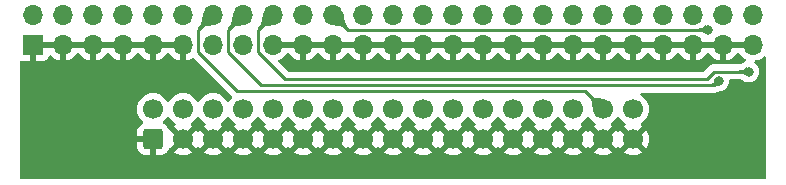
<source format=gbr>
%TF.GenerationSoftware,KiCad,Pcbnew,7.0.7*%
%TF.CreationDate,2023-09-16T00:08:42-05:00*%
%TF.ProjectId,50-to-34-pin-floppy-adapter,35302d74-6f2d-4333-942d-70696e2d666c,rev?*%
%TF.SameCoordinates,Original*%
%TF.FileFunction,Copper,L1,Top*%
%TF.FilePolarity,Positive*%
%FSLAX46Y46*%
G04 Gerber Fmt 4.6, Leading zero omitted, Abs format (unit mm)*
G04 Created by KiCad (PCBNEW 7.0.7) date 2023-09-16 00:08:42*
%MOMM*%
%LPD*%
G01*
G04 APERTURE LIST*
G04 Aperture macros list*
%AMRoundRect*
0 Rectangle with rounded corners*
0 $1 Rounding radius*
0 $2 $3 $4 $5 $6 $7 $8 $9 X,Y pos of 4 corners*
0 Add a 4 corners polygon primitive as box body*
4,1,4,$2,$3,$4,$5,$6,$7,$8,$9,$2,$3,0*
0 Add four circle primitives for the rounded corners*
1,1,$1+$1,$2,$3*
1,1,$1+$1,$4,$5*
1,1,$1+$1,$6,$7*
1,1,$1+$1,$8,$9*
0 Add four rect primitives between the rounded corners*
20,1,$1+$1,$2,$3,$4,$5,0*
20,1,$1+$1,$4,$5,$6,$7,0*
20,1,$1+$1,$6,$7,$8,$9,0*
20,1,$1+$1,$8,$9,$2,$3,0*%
G04 Aperture macros list end*
%TA.AperFunction,ComponentPad*%
%ADD10RoundRect,0.250000X0.600000X-0.600000X0.600000X0.600000X-0.600000X0.600000X-0.600000X-0.600000X0*%
%TD*%
%TA.AperFunction,ComponentPad*%
%ADD11C,1.700000*%
%TD*%
%TA.AperFunction,ComponentPad*%
%ADD12R,1.700000X1.700000*%
%TD*%
%TA.AperFunction,ComponentPad*%
%ADD13O,1.700000X1.700000*%
%TD*%
%TA.AperFunction,ViaPad*%
%ADD14C,0.800000*%
%TD*%
%TA.AperFunction,Conductor*%
%ADD15C,0.250000*%
%TD*%
G04 APERTURE END LIST*
D10*
%TO.P,J2,1,Pin_1*%
%TO.N,GND*%
X146050000Y-71374000D03*
D11*
%TO.P,J2,2,Pin_2*%
%TO.N,Net-(J2-Pin_2)*%
X146050000Y-68834000D03*
%TO.P,J2,3,Pin_3*%
%TO.N,GND*%
X148590000Y-71374000D03*
%TO.P,J2,4,Pin_4*%
%TO.N,unconnected-(J2-Pin_4-Pad4)*%
X148590000Y-68834000D03*
%TO.P,J2,5,Pin_5*%
%TO.N,GND*%
X151130000Y-71374000D03*
%TO.P,J2,6,Pin_6*%
%TO.N,Net-(J1-Pin_32)*%
X151130000Y-68834000D03*
%TO.P,J2,7,Pin_7*%
%TO.N,GND*%
X153670000Y-71374000D03*
%TO.P,J2,8,Pin_8*%
%TO.N,Net-(J1-Pin_20)*%
X153670000Y-68834000D03*
%TO.P,J2,9,Pin_9*%
%TO.N,GND*%
X156210000Y-71374000D03*
%TO.P,J2,10,Pin_10*%
%TO.N,Net-(J1-Pin_26)*%
X156210000Y-68834000D03*
%TO.P,J2,11,Pin_11*%
%TO.N,GND*%
X158750000Y-71374000D03*
%TO.P,J2,12,Pin_12*%
%TO.N,Net-(J1-Pin_28)*%
X158750000Y-68834000D03*
%TO.P,J2,13,Pin_13*%
%TO.N,GND*%
X161290000Y-71374000D03*
%TO.P,J2,14,Pin_14*%
%TO.N,Net-(J1-Pin_30)*%
X161290000Y-68834000D03*
%TO.P,J2,15,Pin_15*%
%TO.N,GND*%
X163830000Y-71374000D03*
%TO.P,J2,16,Pin_16*%
%TO.N,Net-(J2-Pin_16)*%
X163830000Y-68834000D03*
%TO.P,J2,17,Pin_17*%
%TO.N,GND*%
X166370000Y-71374000D03*
%TO.P,J2,18,Pin_18*%
%TO.N,Net-(J1-Pin_34)*%
X166370000Y-68834000D03*
%TO.P,J2,19,Pin_19*%
%TO.N,GND*%
X168910000Y-71374000D03*
%TO.P,J2,20,Pin_20*%
%TO.N,Net-(J1-Pin_36)*%
X168910000Y-68834000D03*
%TO.P,J2,21,Pin_21*%
%TO.N,GND*%
X171450000Y-71374000D03*
%TO.P,J2,22,Pin_22*%
%TO.N,Net-(J1-Pin_38)*%
X171450000Y-68834000D03*
%TO.P,J2,23,Pin_23*%
%TO.N,GND*%
X173990000Y-71374000D03*
%TO.P,J2,24,Pin_24*%
%TO.N,Net-(J1-Pin_40)*%
X173990000Y-68834000D03*
%TO.P,J2,25,Pin_25*%
%TO.N,GND*%
X176530000Y-71374000D03*
%TO.P,J2,26,Pin_26*%
%TO.N,Net-(J1-Pin_42)*%
X176530000Y-68834000D03*
%TO.P,J2,27,Pin_27*%
%TO.N,GND*%
X179070000Y-71374000D03*
%TO.P,J2,28,Pin_28*%
%TO.N,Net-(J1-Pin_44)*%
X179070000Y-68834000D03*
%TO.P,J2,29,Pin_29*%
%TO.N,GND*%
X181610000Y-71374000D03*
%TO.P,J2,30,Pin_30*%
%TO.N,Net-(J1-Pin_46)*%
X181610000Y-68834000D03*
%TO.P,J2,31,Pin_31*%
%TO.N,GND*%
X184150000Y-71374000D03*
%TO.P,J2,32,Pin_32*%
%TO.N,Net-(J1-Pin_14)*%
X184150000Y-68834000D03*
%TO.P,J2,33,Pin_33*%
%TO.N,GND*%
X186690000Y-71374000D03*
%TO.P,J2,34,Pin_34*%
%TO.N,Net-(J1-Pin_22)*%
X186690000Y-68834000D03*
%TD*%
D12*
%TO.P,J1,1,Pin_1*%
%TO.N,GND*%
X135890000Y-63373000D03*
D13*
%TO.P,J1,2,Pin_2*%
%TO.N,Net-(J1-Pin_2)*%
X135890000Y-60833000D03*
%TO.P,J1,3,Pin_3*%
%TO.N,GND*%
X138430000Y-63373000D03*
%TO.P,J1,4,Pin_4*%
%TO.N,unconnected-(J1-Pin_4-Pad4)*%
X138430000Y-60833000D03*
%TO.P,J1,5,Pin_5*%
%TO.N,GND*%
X140970000Y-63373000D03*
%TO.P,J1,6,Pin_6*%
%TO.N,unconnected-(J1-Pin_6-Pad6)*%
X140970000Y-60833000D03*
%TO.P,J1,7,Pin_7*%
%TO.N,GND*%
X143510000Y-63373000D03*
%TO.P,J1,8,Pin_8*%
%TO.N,unconnected-(J1-Pin_8-Pad8)*%
X143510000Y-60833000D03*
%TO.P,J1,9,Pin_9*%
%TO.N,GND*%
X146050000Y-63373000D03*
%TO.P,J1,10,Pin_10*%
%TO.N,Net-(J1-Pin_10)*%
X146050000Y-60833000D03*
%TO.P,J1,11,Pin_11*%
%TO.N,GND*%
X148590000Y-63373000D03*
%TO.P,J1,12,Pin_12*%
%TO.N,unconnected-(J1-Pin_12-Pad12)*%
X148590000Y-60833000D03*
%TO.P,J1,13,Pin_13*%
%TO.N,GND*%
X151130000Y-63373000D03*
%TO.P,J1,14,Pin_14*%
%TO.N,Net-(J1-Pin_14)*%
X151130000Y-60833000D03*
%TO.P,J1,15,Pin_15*%
%TO.N,GND*%
X153670000Y-63373000D03*
%TO.P,J1,16,Pin_16*%
%TO.N,Net-(J1-Pin_16)*%
X153670000Y-60833000D03*
%TO.P,J1,17,Pin_17*%
%TO.N,GND*%
X156210000Y-63373000D03*
%TO.P,J1,18,Pin_18*%
%TO.N,Net-(J1-Pin_18)*%
X156210000Y-60833000D03*
%TO.P,J1,19,Pin_19*%
%TO.N,GND*%
X158750000Y-63373000D03*
%TO.P,J1,20,Pin_20*%
%TO.N,Net-(J1-Pin_20)*%
X158750000Y-60833000D03*
%TO.P,J1,21,Pin_21*%
%TO.N,GND*%
X161290000Y-63373000D03*
%TO.P,J1,22,Pin_22*%
%TO.N,Net-(J1-Pin_22)*%
X161290000Y-60833000D03*
%TO.P,J1,23,Pin_23*%
%TO.N,GND*%
X163830000Y-63373000D03*
%TO.P,J1,24,Pin_24*%
%TO.N,unconnected-(J1-Pin_24-Pad24)*%
X163830000Y-60833000D03*
%TO.P,J1,25,Pin_25*%
%TO.N,GND*%
X166370000Y-63373000D03*
%TO.P,J1,26,Pin_26*%
%TO.N,Net-(J1-Pin_26)*%
X166370000Y-60833000D03*
%TO.P,J1,27,Pin_27*%
%TO.N,GND*%
X168910000Y-63373000D03*
%TO.P,J1,28,Pin_28*%
%TO.N,Net-(J1-Pin_28)*%
X168910000Y-60833000D03*
%TO.P,J1,29,Pin_29*%
%TO.N,GND*%
X171450000Y-63373000D03*
%TO.P,J1,30,Pin_30*%
%TO.N,Net-(J1-Pin_30)*%
X171450000Y-60833000D03*
%TO.P,J1,31,Pin_31*%
%TO.N,GND*%
X173990000Y-63373000D03*
%TO.P,J1,32,Pin_32*%
%TO.N,Net-(J1-Pin_32)*%
X173990000Y-60833000D03*
%TO.P,J1,33,Pin_33*%
%TO.N,GND*%
X176530000Y-63373000D03*
%TO.P,J1,34,Pin_34*%
%TO.N,Net-(J1-Pin_34)*%
X176530000Y-60833000D03*
%TO.P,J1,35,Pin_35*%
%TO.N,GND*%
X179070000Y-63373000D03*
%TO.P,J1,36,Pin_36*%
%TO.N,Net-(J1-Pin_36)*%
X179070000Y-60833000D03*
%TO.P,J1,37,Pin_37*%
%TO.N,GND*%
X181610000Y-63373000D03*
%TO.P,J1,38,Pin_38*%
%TO.N,Net-(J1-Pin_38)*%
X181610000Y-60833000D03*
%TO.P,J1,39,Pin_39*%
%TO.N,GND*%
X184150000Y-63373000D03*
%TO.P,J1,40,Pin_40*%
%TO.N,Net-(J1-Pin_40)*%
X184150000Y-60833000D03*
%TO.P,J1,41,Pin_41*%
%TO.N,GND*%
X186690000Y-63373000D03*
%TO.P,J1,42,Pin_42*%
%TO.N,Net-(J1-Pin_42)*%
X186690000Y-60833000D03*
%TO.P,J1,43,Pin_43*%
%TO.N,GND*%
X189230000Y-63373000D03*
%TO.P,J1,44,Pin_44*%
%TO.N,Net-(J1-Pin_44)*%
X189230000Y-60833000D03*
%TO.P,J1,45,Pin_45*%
%TO.N,GND*%
X191770000Y-63373000D03*
%TO.P,J1,46,Pin_46*%
%TO.N,Net-(J1-Pin_46)*%
X191770000Y-60833000D03*
%TO.P,J1,47,Pin_47*%
%TO.N,GND*%
X194310000Y-63373000D03*
%TO.P,J1,48,Pin_48*%
%TO.N,unconnected-(J1-Pin_48-Pad48)*%
X194310000Y-60833000D03*
%TO.P,J1,49,Pin_49*%
%TO.N,GND*%
X196850000Y-63373000D03*
%TO.P,J1,50,Pin_50*%
%TO.N,unconnected-(J1-Pin_50-Pad50)*%
X196850000Y-60833000D03*
%TD*%
D14*
%TO.N,Net-(J1-Pin_16)*%
X193929000Y-66421000D03*
%TO.N,Net-(J1-Pin_18)*%
X196469000Y-65659000D03*
%TO.N,Net-(J1-Pin_22)*%
X193040000Y-62103000D03*
%TD*%
D15*
%TO.N,Net-(J1-Pin_14)*%
X149860000Y-62103000D02*
X149860000Y-64008000D01*
X149860000Y-64008000D02*
X153162000Y-67310000D01*
X153162000Y-67310000D02*
X182626000Y-67310000D01*
X151130000Y-60833000D02*
X149860000Y-62103000D01*
X182626000Y-67310000D02*
X184150000Y-68834000D01*
%TO.N,Net-(J1-Pin_16)*%
X193548000Y-66802000D02*
X193929000Y-66421000D01*
X152400000Y-62103000D02*
X152400000Y-64008000D01*
X155194000Y-66802000D02*
X193548000Y-66802000D01*
X152400000Y-64008000D02*
X155194000Y-66802000D01*
X153670000Y-60833000D02*
X152400000Y-62103000D01*
%TO.N,Net-(J1-Pin_18)*%
X154940000Y-62103000D02*
X154940000Y-64008000D01*
X154940000Y-64008000D02*
X157226000Y-66294000D01*
X193548000Y-65659000D02*
X196469000Y-65659000D01*
X192913000Y-66294000D02*
X193548000Y-65659000D01*
X156210000Y-60833000D02*
X154940000Y-62103000D01*
X157226000Y-66294000D02*
X192913000Y-66294000D01*
%TO.N,Net-(J1-Pin_22)*%
X162560000Y-62103000D02*
X163703000Y-62103000D01*
X163703000Y-62103000D02*
X193040000Y-62103000D01*
X161290000Y-60833000D02*
X162560000Y-62103000D01*
%TD*%
%TA.AperFunction,Conductor*%
%TO.N,Net-(J1-Pin_18)*%
G36*
X196320418Y-65300273D02*
G01*
X196320696Y-65300888D01*
X196468123Y-65654498D01*
X196468144Y-65663452D01*
X196468123Y-65663502D01*
X196320696Y-66017111D01*
X196314349Y-66023429D01*
X196305395Y-66023408D01*
X196304789Y-66023134D01*
X196159420Y-65952427D01*
X196158924Y-65952156D01*
X196049784Y-65885301D01*
X195954093Y-65831969D01*
X195954088Y-65831967D01*
X195838402Y-65796729D01*
X195838396Y-65796728D01*
X195679823Y-65784813D01*
X195671830Y-65780776D01*
X195669000Y-65773146D01*
X195669000Y-65544853D01*
X195672427Y-65536580D01*
X195679821Y-65533186D01*
X195838398Y-65521270D01*
X195838400Y-65521269D01*
X195838402Y-65521269D01*
X195954088Y-65486031D01*
X195954089Y-65486030D01*
X195954094Y-65486029D01*
X196049784Y-65432697D01*
X196158933Y-65365836D01*
X196159416Y-65365572D01*
X196304781Y-65294868D01*
X196313718Y-65294332D01*
X196320418Y-65300273D01*
G37*
%TD.AperFunction*%
%TD*%
%TA.AperFunction,Conductor*%
%TO.N,Net-(J1-Pin_22)*%
G36*
X192891418Y-61744273D02*
G01*
X192891696Y-61744888D01*
X193039123Y-62098497D01*
X193039144Y-62107451D01*
X193039123Y-62107501D01*
X192891696Y-62461111D01*
X192885349Y-62467429D01*
X192876395Y-62467408D01*
X192875789Y-62467134D01*
X192730420Y-62396427D01*
X192729924Y-62396156D01*
X192620784Y-62329301D01*
X192525093Y-62275969D01*
X192525088Y-62275967D01*
X192409402Y-62240729D01*
X192409396Y-62240728D01*
X192250823Y-62228813D01*
X192242830Y-62224776D01*
X192240000Y-62217146D01*
X192240000Y-61988853D01*
X192243427Y-61980580D01*
X192250821Y-61977186D01*
X192409398Y-61965270D01*
X192409400Y-61965269D01*
X192409402Y-61965269D01*
X192525088Y-61930031D01*
X192525089Y-61930030D01*
X192525094Y-61930029D01*
X192620784Y-61876697D01*
X192729933Y-61809836D01*
X192730416Y-61809572D01*
X192875781Y-61738868D01*
X192884718Y-61738332D01*
X192891418Y-61744273D01*
G37*
%TD.AperFunction*%
%TD*%
%TA.AperFunction,Conductor*%
%TO.N,Net-(J1-Pin_14)*%
G36*
X150356577Y-60512622D02*
G01*
X151126215Y-60830438D01*
X151132552Y-60836761D01*
X151132562Y-60836785D01*
X151450372Y-61606410D01*
X151450363Y-61615365D01*
X151444024Y-61621690D01*
X151442984Y-61622063D01*
X151087835Y-61730829D01*
X151085855Y-61731252D01*
X150799709Y-61766891D01*
X150552870Y-61796756D01*
X150552861Y-61796758D01*
X150305379Y-61891893D01*
X150024485Y-62116918D01*
X150015886Y-62119416D01*
X150008897Y-62116060D01*
X149846939Y-61954102D01*
X149843512Y-61945829D01*
X149846080Y-61938516D01*
X150071104Y-61657619D01*
X150166241Y-61410135D01*
X150196107Y-61163289D01*
X150231745Y-60877139D01*
X150232168Y-60875163D01*
X150245298Y-60832293D01*
X150340936Y-60520014D01*
X150346635Y-60513108D01*
X150355549Y-60512254D01*
X150356577Y-60512622D01*
G37*
%TD.AperFunction*%
%TD*%
%TA.AperFunction,Conductor*%
%TO.N,Net-(J1-Pin_14)*%
G36*
X183044484Y-67550080D02*
G01*
X183325379Y-67775104D01*
X183572863Y-67870241D01*
X183572868Y-67870241D01*
X183572870Y-67870242D01*
X183819708Y-67900106D01*
X183819709Y-67900107D01*
X184105857Y-67935745D01*
X184107835Y-67936168D01*
X184462984Y-68044936D01*
X184469891Y-68050635D01*
X184470745Y-68059549D01*
X184470372Y-68060589D01*
X184152562Y-68830214D01*
X184146237Y-68836553D01*
X184146214Y-68836562D01*
X183376589Y-69154372D01*
X183367634Y-69154363D01*
X183361309Y-69148024D01*
X183360936Y-69146984D01*
X183252168Y-68791835D01*
X183251745Y-68789855D01*
X183216107Y-68503709D01*
X183186242Y-68256870D01*
X183186241Y-68256868D01*
X183186241Y-68256863D01*
X183091104Y-68009379D01*
X182866080Y-67728484D01*
X182863583Y-67719886D01*
X182866938Y-67712898D01*
X183028898Y-67550938D01*
X183037170Y-67547512D01*
X183044484Y-67550080D01*
G37*
%TD.AperFunction*%
%TD*%
%TA.AperFunction,Conductor*%
%TO.N,Net-(J1-Pin_16)*%
G36*
X152896577Y-60512622D02*
G01*
X153666215Y-60830438D01*
X153672552Y-60836761D01*
X153672562Y-60836785D01*
X153990372Y-61606410D01*
X153990363Y-61615365D01*
X153984024Y-61621690D01*
X153982984Y-61622063D01*
X153627835Y-61730829D01*
X153625855Y-61731252D01*
X153339709Y-61766891D01*
X153092870Y-61796756D01*
X153092861Y-61796758D01*
X152845379Y-61891893D01*
X152564485Y-62116918D01*
X152555886Y-62119416D01*
X152548897Y-62116060D01*
X152386939Y-61954102D01*
X152383512Y-61945829D01*
X152386080Y-61938516D01*
X152611104Y-61657619D01*
X152706241Y-61410135D01*
X152736107Y-61163289D01*
X152771745Y-60877139D01*
X152772168Y-60875163D01*
X152785298Y-60832293D01*
X152880936Y-60520014D01*
X152886635Y-60513108D01*
X152895549Y-60512254D01*
X152896577Y-60512622D01*
G37*
%TD.AperFunction*%
%TD*%
%TA.AperFunction,Conductor*%
%TO.N,Net-(J1-Pin_18)*%
G36*
X155436577Y-60512622D02*
G01*
X156206215Y-60830438D01*
X156212552Y-60836761D01*
X156212562Y-60836785D01*
X156530372Y-61606410D01*
X156530363Y-61615365D01*
X156524024Y-61621690D01*
X156522984Y-61622063D01*
X156167835Y-61730829D01*
X156165855Y-61731252D01*
X155879709Y-61766891D01*
X155632870Y-61796756D01*
X155632861Y-61796758D01*
X155385379Y-61891893D01*
X155104485Y-62116918D01*
X155095886Y-62119416D01*
X155088897Y-62116060D01*
X154926939Y-61954102D01*
X154923512Y-61945829D01*
X154926080Y-61938516D01*
X155151104Y-61657619D01*
X155246241Y-61410135D01*
X155276107Y-61163289D01*
X155311745Y-60877139D01*
X155312168Y-60875163D01*
X155325298Y-60832293D01*
X155420936Y-60520014D01*
X155426635Y-60513108D01*
X155435549Y-60512254D01*
X155436577Y-60512622D01*
G37*
%TD.AperFunction*%
%TD*%
%TA.AperFunction,Conductor*%
%TO.N,Net-(J1-Pin_16)*%
G36*
X193571239Y-66272798D02*
G01*
X193922748Y-66418004D01*
X193929085Y-66424329D01*
X193929980Y-66428846D01*
X193929027Y-66810102D01*
X193925579Y-66818367D01*
X193918129Y-66821745D01*
X193768489Y-66832023D01*
X193656090Y-66858311D01*
X193559971Y-66889608D01*
X193559492Y-66889742D01*
X193448246Y-66915760D01*
X193446384Y-66916040D01*
X193299316Y-66926141D01*
X193290827Y-66923289D01*
X193286841Y-66915270D01*
X193286814Y-66914468D01*
X193286814Y-66686758D01*
X193290241Y-66678485D01*
X193296412Y-66675249D01*
X193400524Y-66656256D01*
X193461875Y-66598407D01*
X193493635Y-66510023D01*
X193518517Y-66397909D01*
X193518639Y-66397451D01*
X193555614Y-66280094D01*
X193561367Y-66273235D01*
X193570288Y-66272453D01*
X193571239Y-66272798D01*
G37*
%TD.AperFunction*%
%TD*%
%TA.AperFunction,Conductor*%
%TO.N,Net-(J1-Pin_22)*%
G36*
X162072365Y-60512636D02*
G01*
X162078690Y-60518975D01*
X162079063Y-60520015D01*
X162187829Y-60875163D01*
X162188252Y-60877143D01*
X162223891Y-61163289D01*
X162253756Y-61410127D01*
X162253758Y-61410136D01*
X162348893Y-61657618D01*
X162573918Y-61938514D01*
X162576416Y-61947113D01*
X162573060Y-61954102D01*
X162411102Y-62116060D01*
X162402829Y-62119487D01*
X162395514Y-62116918D01*
X162114618Y-61891893D01*
X161867136Y-61796758D01*
X161867127Y-61796756D01*
X161620289Y-61766891D01*
X161334143Y-61731252D01*
X161332163Y-61730829D01*
X160977015Y-61622063D01*
X160970108Y-61616364D01*
X160969254Y-61607450D01*
X160969620Y-61606429D01*
X161287438Y-60836783D01*
X161293759Y-60830448D01*
X162063412Y-60512627D01*
X162072365Y-60512636D01*
G37*
%TD.AperFunction*%
%TD*%
%TA.AperFunction,Conductor*%
%TO.N,GND*%
G36*
X148767512Y-63872507D02*
G01*
X148820315Y-63918262D01*
X148840000Y-63985301D01*
X148840000Y-64703633D01*
X149053483Y-64646433D01*
X149053492Y-64646429D01*
X149267578Y-64546600D01*
X149267584Y-64546597D01*
X149327287Y-64504791D01*
X149393492Y-64482462D01*
X149461260Y-64499471D01*
X149486092Y-64518682D01*
X151107590Y-66140181D01*
X152661197Y-67693788D01*
X152671022Y-67706051D01*
X152671243Y-67705869D01*
X152676210Y-67711874D01*
X152689178Y-67724051D01*
X152724573Y-67784292D01*
X152721781Y-67854105D01*
X152691978Y-67902124D01*
X152631503Y-67962599D01*
X152501575Y-68148158D01*
X152446998Y-68191783D01*
X152377500Y-68198977D01*
X152315145Y-68167454D01*
X152298425Y-68148158D01*
X152168494Y-67962597D01*
X152001402Y-67795506D01*
X152001395Y-67795501D01*
X151807834Y-67659967D01*
X151807830Y-67659965D01*
X151800348Y-67656476D01*
X151593663Y-67560097D01*
X151593659Y-67560096D01*
X151593655Y-67560094D01*
X151365413Y-67498938D01*
X151365403Y-67498936D01*
X151130001Y-67478341D01*
X151129999Y-67478341D01*
X150894596Y-67498936D01*
X150894586Y-67498938D01*
X150666344Y-67560094D01*
X150666335Y-67560098D01*
X150452171Y-67659964D01*
X150452169Y-67659965D01*
X150258597Y-67795505D01*
X150091505Y-67962597D01*
X149961575Y-68148158D01*
X149906998Y-68191783D01*
X149837500Y-68198977D01*
X149775145Y-68167454D01*
X149758425Y-68148158D01*
X149628494Y-67962597D01*
X149461402Y-67795506D01*
X149461395Y-67795501D01*
X149267834Y-67659967D01*
X149267830Y-67659965D01*
X149260348Y-67656476D01*
X149053663Y-67560097D01*
X149053659Y-67560096D01*
X149053655Y-67560094D01*
X148825413Y-67498938D01*
X148825403Y-67498936D01*
X148590001Y-67478341D01*
X148589999Y-67478341D01*
X148354596Y-67498936D01*
X148354586Y-67498938D01*
X148126344Y-67560094D01*
X148126335Y-67560098D01*
X147912171Y-67659964D01*
X147912169Y-67659965D01*
X147718597Y-67795505D01*
X147551505Y-67962597D01*
X147421575Y-68148158D01*
X147366998Y-68191783D01*
X147297500Y-68198977D01*
X147235145Y-68167454D01*
X147218425Y-68148158D01*
X147088494Y-67962597D01*
X146921402Y-67795506D01*
X146921395Y-67795501D01*
X146727834Y-67659967D01*
X146727830Y-67659965D01*
X146720348Y-67656476D01*
X146513663Y-67560097D01*
X146513659Y-67560096D01*
X146513655Y-67560094D01*
X146285413Y-67498938D01*
X146285403Y-67498936D01*
X146050001Y-67478341D01*
X146049999Y-67478341D01*
X145814596Y-67498936D01*
X145814586Y-67498938D01*
X145586344Y-67560094D01*
X145586335Y-67560098D01*
X145372171Y-67659964D01*
X145372169Y-67659965D01*
X145178597Y-67795505D01*
X145011505Y-67962597D01*
X144875965Y-68156169D01*
X144875964Y-68156171D01*
X144776098Y-68370335D01*
X144776094Y-68370344D01*
X144714938Y-68598586D01*
X144714936Y-68598596D01*
X144694341Y-68833999D01*
X144694341Y-68834000D01*
X144714936Y-69069403D01*
X144714938Y-69069413D01*
X144776094Y-69297655D01*
X144776096Y-69297659D01*
X144776097Y-69297663D01*
X144856004Y-69469023D01*
X144875965Y-69511830D01*
X144875967Y-69511834D01*
X144984281Y-69666521D01*
X145011501Y-69705396D01*
X145011506Y-69705402D01*
X145178597Y-69872493D01*
X145180419Y-69874022D01*
X145181001Y-69874897D01*
X145182427Y-69876323D01*
X145182140Y-69876609D01*
X145219119Y-69932195D01*
X145220224Y-70002056D01*
X145183384Y-70061424D01*
X145139719Y-70086712D01*
X145130883Y-70089640D01*
X145130875Y-70089643D01*
X144981654Y-70181684D01*
X144857684Y-70305654D01*
X144765643Y-70454875D01*
X144765641Y-70454880D01*
X144710494Y-70621302D01*
X144710493Y-70621309D01*
X144700000Y-70724013D01*
X144700000Y-71124000D01*
X145436653Y-71124000D01*
X145503692Y-71143685D01*
X145549447Y-71196489D01*
X145559391Y-71265647D01*
X145555631Y-71282933D01*
X145550000Y-71302111D01*
X145550000Y-71445888D01*
X145555631Y-71465067D01*
X145555630Y-71534936D01*
X145517855Y-71593714D01*
X145454299Y-71622738D01*
X145436653Y-71624000D01*
X144700001Y-71624000D01*
X144700001Y-72023986D01*
X144710494Y-72126697D01*
X144765641Y-72293119D01*
X144765643Y-72293124D01*
X144857684Y-72442345D01*
X144981654Y-72566315D01*
X145130875Y-72658356D01*
X145130880Y-72658358D01*
X145297302Y-72713505D01*
X145297309Y-72713506D01*
X145400019Y-72723999D01*
X145799999Y-72723999D01*
X145800000Y-72723998D01*
X145800000Y-71986301D01*
X145819685Y-71919262D01*
X145872489Y-71873507D01*
X145941647Y-71863563D01*
X146014237Y-71874000D01*
X146014238Y-71874000D01*
X146085762Y-71874000D01*
X146085763Y-71874000D01*
X146158353Y-71863563D01*
X146227512Y-71873507D01*
X146280315Y-71919262D01*
X146300000Y-71986301D01*
X146300000Y-72723999D01*
X146699972Y-72723999D01*
X146699986Y-72723998D01*
X146802697Y-72713505D01*
X146969119Y-72658358D01*
X146969124Y-72658356D01*
X147118345Y-72566315D01*
X147242315Y-72442345D01*
X147334356Y-72293124D01*
X147334359Y-72293117D01*
X147358281Y-72220924D01*
X147398053Y-72163479D01*
X147462568Y-72136655D01*
X147473911Y-72136535D01*
X147981050Y-71629395D01*
X148042373Y-71595910D01*
X148112064Y-71600894D01*
X148167998Y-71642765D01*
X148173039Y-71650025D01*
X148173048Y-71650039D01*
X148208239Y-71704798D01*
X148323602Y-71804759D01*
X148321293Y-71807422D01*
X148356006Y-71847499D01*
X148365935Y-71916660D01*
X148336898Y-71980210D01*
X148330882Y-71986669D01*
X147828625Y-72488925D01*
X147912421Y-72547599D01*
X148126507Y-72647429D01*
X148126516Y-72647433D01*
X148354673Y-72708567D01*
X148354684Y-72708569D01*
X148589998Y-72729157D01*
X148590002Y-72729157D01*
X148825315Y-72708569D01*
X148825326Y-72708567D01*
X149053483Y-72647433D01*
X149053492Y-72647429D01*
X149267578Y-72547600D01*
X149267582Y-72547598D01*
X149351373Y-72488926D01*
X149351373Y-72488925D01*
X148849116Y-71986669D01*
X148815631Y-71925346D01*
X148820615Y-71855655D01*
X148857640Y-71806193D01*
X148856398Y-71804759D01*
X148863100Y-71798952D01*
X148971761Y-71704798D01*
X149006954Y-71650037D01*
X149059755Y-71604283D01*
X149128914Y-71594339D01*
X149192470Y-71623363D01*
X149198949Y-71629396D01*
X149704925Y-72135373D01*
X149758425Y-72058968D01*
X149813002Y-72015344D01*
X149882501Y-72008151D01*
X149944855Y-72039673D01*
X149961576Y-72058969D01*
X150015073Y-72135372D01*
X150521050Y-71629395D01*
X150582373Y-71595910D01*
X150652064Y-71600894D01*
X150707998Y-71642765D01*
X150713039Y-71650025D01*
X150713048Y-71650039D01*
X150748239Y-71704798D01*
X150863602Y-71804759D01*
X150861293Y-71807422D01*
X150896006Y-71847499D01*
X150905935Y-71916660D01*
X150876898Y-71980210D01*
X150870882Y-71986669D01*
X150368625Y-72488925D01*
X150452421Y-72547599D01*
X150666507Y-72647429D01*
X150666516Y-72647433D01*
X150894673Y-72708567D01*
X150894684Y-72708569D01*
X151129998Y-72729157D01*
X151130002Y-72729157D01*
X151365315Y-72708569D01*
X151365326Y-72708567D01*
X151593483Y-72647433D01*
X151593492Y-72647429D01*
X151807578Y-72547600D01*
X151807582Y-72547598D01*
X151891373Y-72488926D01*
X151891373Y-72488925D01*
X151389116Y-71986669D01*
X151355631Y-71925346D01*
X151360615Y-71855655D01*
X151397640Y-71806193D01*
X151396398Y-71804759D01*
X151403100Y-71798952D01*
X151511761Y-71704798D01*
X151546954Y-71650037D01*
X151599755Y-71604283D01*
X151668914Y-71594339D01*
X151732470Y-71623363D01*
X151738949Y-71629396D01*
X152244925Y-72135373D01*
X152298425Y-72058968D01*
X152353002Y-72015344D01*
X152422501Y-72008151D01*
X152484855Y-72039673D01*
X152501576Y-72058969D01*
X152555073Y-72135372D01*
X153061050Y-71629395D01*
X153122373Y-71595910D01*
X153192064Y-71600894D01*
X153247998Y-71642765D01*
X153253039Y-71650025D01*
X153253048Y-71650039D01*
X153288239Y-71704798D01*
X153403602Y-71804759D01*
X153401293Y-71807422D01*
X153436006Y-71847499D01*
X153445935Y-71916660D01*
X153416898Y-71980210D01*
X153410882Y-71986669D01*
X152908625Y-72488925D01*
X152992421Y-72547599D01*
X153206507Y-72647429D01*
X153206516Y-72647433D01*
X153434673Y-72708567D01*
X153434684Y-72708569D01*
X153669998Y-72729157D01*
X153670002Y-72729157D01*
X153905315Y-72708569D01*
X153905326Y-72708567D01*
X154133483Y-72647433D01*
X154133492Y-72647429D01*
X154347578Y-72547600D01*
X154347582Y-72547598D01*
X154431373Y-72488926D01*
X154431373Y-72488925D01*
X153929116Y-71986669D01*
X153895631Y-71925346D01*
X153900615Y-71855655D01*
X153937640Y-71806193D01*
X153936398Y-71804759D01*
X153943100Y-71798952D01*
X154051761Y-71704798D01*
X154086954Y-71650037D01*
X154139755Y-71604283D01*
X154208914Y-71594339D01*
X154272470Y-71623363D01*
X154278949Y-71629396D01*
X154784925Y-72135373D01*
X154838425Y-72058968D01*
X154893002Y-72015344D01*
X154962501Y-72008151D01*
X155024855Y-72039673D01*
X155041576Y-72058969D01*
X155095073Y-72135372D01*
X155601050Y-71629395D01*
X155662373Y-71595910D01*
X155732064Y-71600894D01*
X155787998Y-71642765D01*
X155793039Y-71650025D01*
X155793048Y-71650039D01*
X155828239Y-71704798D01*
X155943602Y-71804759D01*
X155941293Y-71807422D01*
X155976006Y-71847499D01*
X155985935Y-71916660D01*
X155956898Y-71980210D01*
X155950882Y-71986669D01*
X155448625Y-72488925D01*
X155532421Y-72547599D01*
X155746507Y-72647429D01*
X155746516Y-72647433D01*
X155974673Y-72708567D01*
X155974684Y-72708569D01*
X156209998Y-72729157D01*
X156210002Y-72729157D01*
X156445315Y-72708569D01*
X156445326Y-72708567D01*
X156673483Y-72647433D01*
X156673492Y-72647429D01*
X156887578Y-72547600D01*
X156887582Y-72547598D01*
X156971373Y-72488926D01*
X156971373Y-72488925D01*
X156469116Y-71986669D01*
X156435631Y-71925346D01*
X156440615Y-71855655D01*
X156477640Y-71806193D01*
X156476398Y-71804759D01*
X156483100Y-71798952D01*
X156591761Y-71704798D01*
X156626954Y-71650037D01*
X156679755Y-71604283D01*
X156748914Y-71594339D01*
X156812470Y-71623363D01*
X156818949Y-71629396D01*
X157324925Y-72135373D01*
X157378425Y-72058968D01*
X157433002Y-72015344D01*
X157502501Y-72008151D01*
X157564855Y-72039673D01*
X157581576Y-72058969D01*
X157635073Y-72135372D01*
X158141050Y-71629395D01*
X158202373Y-71595910D01*
X158272064Y-71600894D01*
X158327998Y-71642765D01*
X158333039Y-71650025D01*
X158333048Y-71650039D01*
X158368239Y-71704798D01*
X158483602Y-71804759D01*
X158481293Y-71807422D01*
X158516006Y-71847499D01*
X158525935Y-71916660D01*
X158496898Y-71980210D01*
X158490882Y-71986669D01*
X157988625Y-72488925D01*
X158072421Y-72547599D01*
X158286507Y-72647429D01*
X158286516Y-72647433D01*
X158514673Y-72708567D01*
X158514684Y-72708569D01*
X158749998Y-72729157D01*
X158750002Y-72729157D01*
X158985315Y-72708569D01*
X158985326Y-72708567D01*
X159213483Y-72647433D01*
X159213492Y-72647429D01*
X159427578Y-72547600D01*
X159427582Y-72547598D01*
X159511373Y-72488926D01*
X159511373Y-72488925D01*
X159009116Y-71986669D01*
X158975631Y-71925346D01*
X158980615Y-71855655D01*
X159017640Y-71806193D01*
X159016398Y-71804759D01*
X159023100Y-71798952D01*
X159131761Y-71704798D01*
X159166954Y-71650037D01*
X159219755Y-71604283D01*
X159288914Y-71594339D01*
X159352470Y-71623363D01*
X159358949Y-71629396D01*
X159864925Y-72135373D01*
X159918425Y-72058968D01*
X159973002Y-72015344D01*
X160042501Y-72008151D01*
X160104855Y-72039673D01*
X160121576Y-72058969D01*
X160175073Y-72135372D01*
X160681050Y-71629395D01*
X160742373Y-71595910D01*
X160812064Y-71600894D01*
X160867998Y-71642765D01*
X160873039Y-71650025D01*
X160873048Y-71650039D01*
X160908239Y-71704798D01*
X161023602Y-71804759D01*
X161021293Y-71807422D01*
X161056006Y-71847499D01*
X161065935Y-71916660D01*
X161036898Y-71980210D01*
X161030882Y-71986669D01*
X160528625Y-72488925D01*
X160612421Y-72547599D01*
X160826507Y-72647429D01*
X160826516Y-72647433D01*
X161054673Y-72708567D01*
X161054684Y-72708569D01*
X161289998Y-72729157D01*
X161290002Y-72729157D01*
X161525315Y-72708569D01*
X161525326Y-72708567D01*
X161753483Y-72647433D01*
X161753492Y-72647429D01*
X161967578Y-72547600D01*
X161967582Y-72547598D01*
X162051373Y-72488926D01*
X162051373Y-72488925D01*
X161549116Y-71986669D01*
X161515631Y-71925346D01*
X161520615Y-71855655D01*
X161557640Y-71806193D01*
X161556398Y-71804759D01*
X161563100Y-71798952D01*
X161671761Y-71704798D01*
X161706954Y-71650037D01*
X161759755Y-71604283D01*
X161828914Y-71594339D01*
X161892470Y-71623363D01*
X161898949Y-71629396D01*
X162404925Y-72135373D01*
X162458425Y-72058968D01*
X162513002Y-72015344D01*
X162582501Y-72008151D01*
X162644855Y-72039673D01*
X162661576Y-72058969D01*
X162715073Y-72135372D01*
X163221050Y-71629395D01*
X163282373Y-71595910D01*
X163352064Y-71600894D01*
X163407998Y-71642765D01*
X163413039Y-71650025D01*
X163413048Y-71650039D01*
X163448239Y-71704798D01*
X163563602Y-71804759D01*
X163561293Y-71807422D01*
X163596006Y-71847499D01*
X163605935Y-71916660D01*
X163576898Y-71980210D01*
X163570882Y-71986669D01*
X163068625Y-72488925D01*
X163152421Y-72547599D01*
X163366507Y-72647429D01*
X163366516Y-72647433D01*
X163594673Y-72708567D01*
X163594684Y-72708569D01*
X163829998Y-72729157D01*
X163830002Y-72729157D01*
X164065315Y-72708569D01*
X164065326Y-72708567D01*
X164293483Y-72647433D01*
X164293492Y-72647429D01*
X164507578Y-72547600D01*
X164507582Y-72547598D01*
X164591373Y-72488926D01*
X164591373Y-72488925D01*
X164089116Y-71986669D01*
X164055631Y-71925346D01*
X164060615Y-71855655D01*
X164097640Y-71806193D01*
X164096398Y-71804759D01*
X164103100Y-71798952D01*
X164211761Y-71704798D01*
X164246954Y-71650037D01*
X164299755Y-71604283D01*
X164368914Y-71594339D01*
X164432470Y-71623363D01*
X164438949Y-71629396D01*
X164944925Y-72135373D01*
X164998425Y-72058968D01*
X165053002Y-72015344D01*
X165122501Y-72008151D01*
X165184855Y-72039673D01*
X165201576Y-72058969D01*
X165255073Y-72135372D01*
X165761050Y-71629395D01*
X165822373Y-71595910D01*
X165892064Y-71600894D01*
X165947998Y-71642765D01*
X165953039Y-71650025D01*
X165953048Y-71650039D01*
X165988239Y-71704798D01*
X166103602Y-71804759D01*
X166101293Y-71807422D01*
X166136006Y-71847499D01*
X166145935Y-71916660D01*
X166116898Y-71980210D01*
X166110882Y-71986669D01*
X165608625Y-72488925D01*
X165692421Y-72547599D01*
X165906507Y-72647429D01*
X165906516Y-72647433D01*
X166134673Y-72708567D01*
X166134684Y-72708569D01*
X166369998Y-72729157D01*
X166370002Y-72729157D01*
X166605315Y-72708569D01*
X166605326Y-72708567D01*
X166833483Y-72647433D01*
X166833492Y-72647429D01*
X167047578Y-72547600D01*
X167047582Y-72547598D01*
X167131373Y-72488926D01*
X167131373Y-72488925D01*
X166629116Y-71986669D01*
X166595631Y-71925346D01*
X166600615Y-71855655D01*
X166637640Y-71806193D01*
X166636398Y-71804759D01*
X166643100Y-71798952D01*
X166751761Y-71704798D01*
X166786954Y-71650037D01*
X166839755Y-71604283D01*
X166908914Y-71594339D01*
X166972470Y-71623363D01*
X166978949Y-71629396D01*
X167484925Y-72135373D01*
X167538425Y-72058968D01*
X167593002Y-72015344D01*
X167662501Y-72008151D01*
X167724855Y-72039673D01*
X167741576Y-72058969D01*
X167795073Y-72135372D01*
X168301050Y-71629395D01*
X168362373Y-71595910D01*
X168432064Y-71600894D01*
X168487998Y-71642765D01*
X168493039Y-71650025D01*
X168493048Y-71650039D01*
X168528239Y-71704798D01*
X168643602Y-71804759D01*
X168641293Y-71807422D01*
X168676006Y-71847499D01*
X168685935Y-71916660D01*
X168656898Y-71980210D01*
X168650882Y-71986669D01*
X168148625Y-72488925D01*
X168232421Y-72547599D01*
X168446507Y-72647429D01*
X168446516Y-72647433D01*
X168674673Y-72708567D01*
X168674684Y-72708569D01*
X168909998Y-72729157D01*
X168910002Y-72729157D01*
X169145315Y-72708569D01*
X169145326Y-72708567D01*
X169373483Y-72647433D01*
X169373492Y-72647429D01*
X169587578Y-72547600D01*
X169587582Y-72547598D01*
X169671373Y-72488926D01*
X169671373Y-72488925D01*
X169169116Y-71986669D01*
X169135631Y-71925346D01*
X169140615Y-71855655D01*
X169177640Y-71806193D01*
X169176398Y-71804759D01*
X169183100Y-71798952D01*
X169291761Y-71704798D01*
X169326954Y-71650037D01*
X169379755Y-71604283D01*
X169448914Y-71594339D01*
X169512470Y-71623363D01*
X169518949Y-71629396D01*
X170024925Y-72135373D01*
X170078425Y-72058968D01*
X170133002Y-72015344D01*
X170202501Y-72008151D01*
X170264855Y-72039673D01*
X170281576Y-72058969D01*
X170335073Y-72135372D01*
X170841050Y-71629395D01*
X170902373Y-71595910D01*
X170972064Y-71600894D01*
X171027998Y-71642765D01*
X171033039Y-71650025D01*
X171033048Y-71650039D01*
X171068239Y-71704798D01*
X171183602Y-71804759D01*
X171181293Y-71807422D01*
X171216006Y-71847499D01*
X171225935Y-71916660D01*
X171196898Y-71980210D01*
X171190882Y-71986669D01*
X170688625Y-72488925D01*
X170772421Y-72547599D01*
X170986507Y-72647429D01*
X170986516Y-72647433D01*
X171214673Y-72708567D01*
X171214684Y-72708569D01*
X171449998Y-72729157D01*
X171450002Y-72729157D01*
X171685315Y-72708569D01*
X171685326Y-72708567D01*
X171913483Y-72647433D01*
X171913492Y-72647429D01*
X172127578Y-72547600D01*
X172127582Y-72547598D01*
X172211373Y-72488926D01*
X172211373Y-72488925D01*
X171709116Y-71986669D01*
X171675631Y-71925346D01*
X171680615Y-71855655D01*
X171717640Y-71806193D01*
X171716398Y-71804759D01*
X171723100Y-71798952D01*
X171831761Y-71704798D01*
X171866954Y-71650037D01*
X171919755Y-71604283D01*
X171988914Y-71594339D01*
X172052470Y-71623363D01*
X172058949Y-71629396D01*
X172564925Y-72135373D01*
X172618425Y-72058968D01*
X172673002Y-72015344D01*
X172742501Y-72008151D01*
X172804855Y-72039673D01*
X172821576Y-72058969D01*
X172875073Y-72135372D01*
X173381050Y-71629395D01*
X173442373Y-71595910D01*
X173512064Y-71600894D01*
X173567998Y-71642765D01*
X173573039Y-71650025D01*
X173573048Y-71650039D01*
X173608239Y-71704798D01*
X173723602Y-71804759D01*
X173721293Y-71807422D01*
X173756006Y-71847499D01*
X173765935Y-71916660D01*
X173736898Y-71980210D01*
X173730882Y-71986669D01*
X173228625Y-72488925D01*
X173312421Y-72547599D01*
X173526507Y-72647429D01*
X173526516Y-72647433D01*
X173754673Y-72708567D01*
X173754684Y-72708569D01*
X173989998Y-72729157D01*
X173990002Y-72729157D01*
X174225315Y-72708569D01*
X174225326Y-72708567D01*
X174453483Y-72647433D01*
X174453492Y-72647429D01*
X174667578Y-72547600D01*
X174667582Y-72547598D01*
X174751373Y-72488926D01*
X174751373Y-72488925D01*
X174249116Y-71986669D01*
X174215631Y-71925346D01*
X174220615Y-71855655D01*
X174257640Y-71806193D01*
X174256398Y-71804759D01*
X174263100Y-71798952D01*
X174371761Y-71704798D01*
X174406954Y-71650037D01*
X174459755Y-71604283D01*
X174528914Y-71594339D01*
X174592470Y-71623363D01*
X174598949Y-71629396D01*
X175104925Y-72135373D01*
X175158425Y-72058968D01*
X175213002Y-72015344D01*
X175282501Y-72008151D01*
X175344855Y-72039673D01*
X175361576Y-72058969D01*
X175415073Y-72135372D01*
X175921050Y-71629395D01*
X175982373Y-71595910D01*
X176052064Y-71600894D01*
X176107998Y-71642765D01*
X176113039Y-71650025D01*
X176113048Y-71650039D01*
X176148239Y-71704798D01*
X176263602Y-71804759D01*
X176261293Y-71807422D01*
X176296006Y-71847499D01*
X176305935Y-71916660D01*
X176276898Y-71980210D01*
X176270882Y-71986669D01*
X175768625Y-72488925D01*
X175852421Y-72547599D01*
X176066507Y-72647429D01*
X176066516Y-72647433D01*
X176294673Y-72708567D01*
X176294684Y-72708569D01*
X176529998Y-72729157D01*
X176530002Y-72729157D01*
X176765315Y-72708569D01*
X176765326Y-72708567D01*
X176993483Y-72647433D01*
X176993492Y-72647429D01*
X177207578Y-72547600D01*
X177207582Y-72547598D01*
X177291373Y-72488926D01*
X177291373Y-72488925D01*
X176789116Y-71986669D01*
X176755631Y-71925346D01*
X176760615Y-71855655D01*
X176797640Y-71806193D01*
X176796398Y-71804759D01*
X176803100Y-71798952D01*
X176911761Y-71704798D01*
X176946954Y-71650037D01*
X176999755Y-71604283D01*
X177068914Y-71594339D01*
X177132470Y-71623363D01*
X177138949Y-71629396D01*
X177644925Y-72135373D01*
X177698425Y-72058968D01*
X177753002Y-72015344D01*
X177822501Y-72008151D01*
X177884855Y-72039673D01*
X177901576Y-72058969D01*
X177955073Y-72135372D01*
X178461050Y-71629395D01*
X178522373Y-71595910D01*
X178592064Y-71600894D01*
X178647998Y-71642765D01*
X178653039Y-71650025D01*
X178653048Y-71650039D01*
X178688239Y-71704798D01*
X178803602Y-71804759D01*
X178801293Y-71807422D01*
X178836006Y-71847499D01*
X178845935Y-71916660D01*
X178816898Y-71980210D01*
X178810882Y-71986669D01*
X178308625Y-72488925D01*
X178392421Y-72547599D01*
X178606507Y-72647429D01*
X178606516Y-72647433D01*
X178834673Y-72708567D01*
X178834684Y-72708569D01*
X179069998Y-72729157D01*
X179070002Y-72729157D01*
X179305315Y-72708569D01*
X179305326Y-72708567D01*
X179533483Y-72647433D01*
X179533492Y-72647429D01*
X179747578Y-72547600D01*
X179747582Y-72547598D01*
X179831373Y-72488926D01*
X179831373Y-72488925D01*
X179329116Y-71986669D01*
X179295631Y-71925346D01*
X179300615Y-71855655D01*
X179337640Y-71806193D01*
X179336398Y-71804759D01*
X179343100Y-71798952D01*
X179451761Y-71704798D01*
X179486954Y-71650037D01*
X179539755Y-71604283D01*
X179608914Y-71594339D01*
X179672470Y-71623363D01*
X179678949Y-71629396D01*
X180184925Y-72135373D01*
X180238425Y-72058968D01*
X180293002Y-72015344D01*
X180362501Y-72008151D01*
X180424855Y-72039673D01*
X180441576Y-72058969D01*
X180495073Y-72135372D01*
X181001050Y-71629395D01*
X181062373Y-71595910D01*
X181132064Y-71600894D01*
X181187998Y-71642765D01*
X181193039Y-71650025D01*
X181193048Y-71650039D01*
X181228239Y-71704798D01*
X181343602Y-71804759D01*
X181341293Y-71807422D01*
X181376006Y-71847499D01*
X181385935Y-71916660D01*
X181356898Y-71980210D01*
X181350882Y-71986669D01*
X180848625Y-72488925D01*
X180932421Y-72547599D01*
X181146507Y-72647429D01*
X181146516Y-72647433D01*
X181374673Y-72708567D01*
X181374684Y-72708569D01*
X181609998Y-72729157D01*
X181610002Y-72729157D01*
X181845315Y-72708569D01*
X181845326Y-72708567D01*
X182073483Y-72647433D01*
X182073492Y-72647429D01*
X182287578Y-72547600D01*
X182287582Y-72547598D01*
X182371373Y-72488926D01*
X182371373Y-72488925D01*
X181869116Y-71986669D01*
X181835631Y-71925346D01*
X181840615Y-71855655D01*
X181877640Y-71806193D01*
X181876398Y-71804759D01*
X181883100Y-71798952D01*
X181991761Y-71704798D01*
X182026954Y-71650037D01*
X182079755Y-71604283D01*
X182148914Y-71594339D01*
X182212470Y-71623363D01*
X182218949Y-71629396D01*
X182724925Y-72135373D01*
X182778425Y-72058968D01*
X182833002Y-72015344D01*
X182902501Y-72008151D01*
X182964855Y-72039673D01*
X182981576Y-72058969D01*
X183035073Y-72135372D01*
X183541050Y-71629395D01*
X183602373Y-71595910D01*
X183672064Y-71600894D01*
X183727998Y-71642765D01*
X183733039Y-71650025D01*
X183733048Y-71650039D01*
X183768239Y-71704798D01*
X183883602Y-71804759D01*
X183881293Y-71807422D01*
X183916006Y-71847499D01*
X183925935Y-71916660D01*
X183896898Y-71980210D01*
X183890882Y-71986669D01*
X183388625Y-72488925D01*
X183472421Y-72547599D01*
X183686507Y-72647429D01*
X183686516Y-72647433D01*
X183914673Y-72708567D01*
X183914684Y-72708569D01*
X184149998Y-72729157D01*
X184150002Y-72729157D01*
X184385315Y-72708569D01*
X184385326Y-72708567D01*
X184613483Y-72647433D01*
X184613492Y-72647429D01*
X184827578Y-72547600D01*
X184827582Y-72547598D01*
X184911373Y-72488926D01*
X184911373Y-72488925D01*
X184409116Y-71986669D01*
X184375631Y-71925346D01*
X184380615Y-71855655D01*
X184417640Y-71806193D01*
X184416398Y-71804759D01*
X184423100Y-71798952D01*
X184531761Y-71704798D01*
X184566954Y-71650037D01*
X184619755Y-71604283D01*
X184688914Y-71594339D01*
X184752470Y-71623363D01*
X184758949Y-71629396D01*
X185264925Y-72135373D01*
X185318425Y-72058968D01*
X185373002Y-72015344D01*
X185442501Y-72008151D01*
X185504855Y-72039673D01*
X185521576Y-72058969D01*
X185575073Y-72135372D01*
X186081050Y-71629395D01*
X186142373Y-71595910D01*
X186212064Y-71600894D01*
X186267998Y-71642765D01*
X186273039Y-71650025D01*
X186273048Y-71650039D01*
X186308239Y-71704798D01*
X186423602Y-71804759D01*
X186421293Y-71807422D01*
X186456006Y-71847499D01*
X186465935Y-71916660D01*
X186436898Y-71980210D01*
X186430882Y-71986669D01*
X185928625Y-72488925D01*
X186012421Y-72547599D01*
X186226507Y-72647429D01*
X186226516Y-72647433D01*
X186454673Y-72708567D01*
X186454684Y-72708569D01*
X186689998Y-72729157D01*
X186690002Y-72729157D01*
X186925315Y-72708569D01*
X186925326Y-72708567D01*
X187153483Y-72647433D01*
X187153492Y-72647429D01*
X187367578Y-72547600D01*
X187367582Y-72547598D01*
X187451373Y-72488926D01*
X187451373Y-72488925D01*
X186949116Y-71986669D01*
X186915631Y-71925346D01*
X186920615Y-71855655D01*
X186957640Y-71806193D01*
X186956398Y-71804759D01*
X186963100Y-71798952D01*
X187071761Y-71704798D01*
X187106954Y-71650037D01*
X187159755Y-71604283D01*
X187228914Y-71594339D01*
X187292470Y-71623363D01*
X187298949Y-71629396D01*
X187804925Y-72135373D01*
X187804926Y-72135373D01*
X187863598Y-72051582D01*
X187863600Y-72051578D01*
X187963429Y-71837492D01*
X187963433Y-71837483D01*
X188024567Y-71609326D01*
X188024569Y-71609315D01*
X188045157Y-71374001D01*
X188045157Y-71373998D01*
X188024569Y-71138684D01*
X188024567Y-71138673D01*
X187963433Y-70910516D01*
X187963429Y-70910507D01*
X187863600Y-70696423D01*
X187863599Y-70696421D01*
X187804925Y-70612626D01*
X187804925Y-70612625D01*
X187298949Y-71118602D01*
X187237626Y-71152087D01*
X187167934Y-71147103D01*
X187112001Y-71105231D01*
X187106953Y-71097961D01*
X187071761Y-71043202D01*
X186956398Y-70943241D01*
X186958708Y-70940574D01*
X186924005Y-70900528D01*
X186914058Y-70831370D01*
X186943080Y-70767813D01*
X186949116Y-70761330D01*
X187451373Y-70259073D01*
X187451373Y-70259072D01*
X187375405Y-70205880D01*
X187331780Y-70151304D01*
X187324586Y-70081805D01*
X187356108Y-70019451D01*
X187375399Y-70002734D01*
X187561401Y-69872495D01*
X187728495Y-69705401D01*
X187864035Y-69511830D01*
X187963903Y-69297663D01*
X188025063Y-69069408D01*
X188045659Y-68834000D01*
X188025063Y-68598592D01*
X187963903Y-68370337D01*
X187864035Y-68156171D01*
X187858425Y-68148158D01*
X187728494Y-67962597D01*
X187561402Y-67795506D01*
X187561395Y-67795501D01*
X187441963Y-67711874D01*
X187367830Y-67659965D01*
X187367823Y-67659962D01*
X187365964Y-67658888D01*
X187365304Y-67658196D01*
X187363396Y-67656860D01*
X187363664Y-67656476D01*
X187317748Y-67608321D01*
X187304524Y-67539715D01*
X187330491Y-67474849D01*
X187387405Y-67434320D01*
X187427963Y-67427500D01*
X193291934Y-67427500D01*
X193296533Y-67427671D01*
X193312725Y-67428874D01*
X193333953Y-67430453D01*
X193358195Y-67428787D01*
X193374832Y-67427646D01*
X193379081Y-67427500D01*
X193465257Y-67427500D01*
X193480877Y-67429224D01*
X193480904Y-67428939D01*
X193488660Y-67429671D01*
X193488667Y-67429673D01*
X193557814Y-67427500D01*
X193587350Y-67427500D01*
X193594228Y-67426630D01*
X193600041Y-67426172D01*
X193646627Y-67424709D01*
X193665869Y-67419117D01*
X193684912Y-67415174D01*
X193704792Y-67412664D01*
X193748122Y-67395507D01*
X193753646Y-67393617D01*
X193756373Y-67392824D01*
X193798390Y-67380618D01*
X193815634Y-67370419D01*
X193833102Y-67361862D01*
X193851732Y-67354486D01*
X193855561Y-67351703D01*
X193919955Y-67328310D01*
X193952768Y-67326057D01*
X193993059Y-67321838D01*
X193999521Y-67321500D01*
X194023644Y-67321500D01*
X194023646Y-67321500D01*
X194208803Y-67282144D01*
X194381730Y-67205151D01*
X194534871Y-67093888D01*
X194661533Y-66953216D01*
X194756179Y-66789284D01*
X194814674Y-66609256D01*
X194834460Y-66421000D01*
X194834460Y-66420997D01*
X194834460Y-66414502D01*
X194835782Y-66414502D01*
X194847076Y-66352735D01*
X194894807Y-66301710D01*
X194957829Y-66284500D01*
X195608547Y-66284500D01*
X195635340Y-66287429D01*
X195641947Y-66288892D01*
X195646044Y-66289199D01*
X195722939Y-66294978D01*
X195774012Y-66310313D01*
X195794605Y-66321790D01*
X195794607Y-66321791D01*
X195900216Y-66386483D01*
X195911055Y-66392759D01*
X195922298Y-66398901D01*
X195927615Y-66401645D01*
X195932934Y-66404390D01*
X196090062Y-66480817D01*
X196097133Y-66484014D01*
X196097134Y-66484014D01*
X196161823Y-66508089D01*
X196165418Y-66509557D01*
X196173607Y-66513202D01*
X196189197Y-66520144D01*
X196374354Y-66559500D01*
X196374355Y-66559500D01*
X196563644Y-66559500D01*
X196563646Y-66559500D01*
X196748803Y-66520144D01*
X196921730Y-66443151D01*
X197074871Y-66331888D01*
X197201533Y-66191216D01*
X197296179Y-66027284D01*
X197354674Y-65847256D01*
X197374460Y-65659000D01*
X197354674Y-65470744D01*
X197296179Y-65290716D01*
X197201533Y-65126784D01*
X197074871Y-64986112D01*
X197002129Y-64933262D01*
X196959463Y-64877932D01*
X196953484Y-64808319D01*
X196986089Y-64746524D01*
X197046928Y-64712167D01*
X197064207Y-64709416D01*
X197085316Y-64707569D01*
X197085326Y-64707567D01*
X197313483Y-64646433D01*
X197313492Y-64646429D01*
X197527578Y-64546600D01*
X197721082Y-64411105D01*
X197734819Y-64397369D01*
X197796142Y-64363884D01*
X197865834Y-64368868D01*
X197921767Y-64410740D01*
X197946184Y-64476204D01*
X197946500Y-64485050D01*
X197946500Y-74632500D01*
X197926815Y-74699539D01*
X197874011Y-74745294D01*
X197822500Y-74756500D01*
X134917500Y-74756500D01*
X134850461Y-74736815D01*
X134804706Y-74684011D01*
X134793500Y-74632500D01*
X134793500Y-64839686D01*
X134813185Y-64772647D01*
X134865989Y-64726892D01*
X134930757Y-64716397D01*
X134992158Y-64722999D01*
X134992172Y-64723000D01*
X135640000Y-64723000D01*
X135640000Y-63985301D01*
X135659685Y-63918262D01*
X135712489Y-63872507D01*
X135781647Y-63862563D01*
X135854237Y-63873000D01*
X135854238Y-63873000D01*
X135925762Y-63873000D01*
X135925763Y-63873000D01*
X135998353Y-63862563D01*
X136067512Y-63872507D01*
X136120315Y-63918262D01*
X136140000Y-63985301D01*
X136140000Y-64723000D01*
X136787828Y-64723000D01*
X136787844Y-64722999D01*
X136847372Y-64716598D01*
X136847379Y-64716596D01*
X136982086Y-64666354D01*
X136982093Y-64666350D01*
X137097187Y-64580190D01*
X137097190Y-64580187D01*
X137183350Y-64465093D01*
X137183354Y-64465086D01*
X137232614Y-64333013D01*
X137274485Y-64277079D01*
X137339949Y-64252662D01*
X137408222Y-64267513D01*
X137436477Y-64288665D01*
X137558917Y-64411105D01*
X137752421Y-64546600D01*
X137966507Y-64646429D01*
X137966516Y-64646433D01*
X138180000Y-64703634D01*
X138180000Y-63985301D01*
X138199685Y-63918262D01*
X138252489Y-63872507D01*
X138321647Y-63862563D01*
X138394237Y-63873000D01*
X138394238Y-63873000D01*
X138465762Y-63873000D01*
X138465763Y-63873000D01*
X138538353Y-63862563D01*
X138607512Y-63872507D01*
X138660315Y-63918262D01*
X138680000Y-63985301D01*
X138680000Y-64703633D01*
X138893483Y-64646433D01*
X138893492Y-64646429D01*
X139107578Y-64546600D01*
X139301082Y-64411105D01*
X139468105Y-64244082D01*
X139598425Y-64057968D01*
X139653002Y-64014344D01*
X139722501Y-64007151D01*
X139784855Y-64038673D01*
X139801575Y-64057968D01*
X139931894Y-64244082D01*
X140098917Y-64411105D01*
X140292421Y-64546600D01*
X140506507Y-64646429D01*
X140506516Y-64646433D01*
X140720000Y-64703634D01*
X140720000Y-63985301D01*
X140739685Y-63918262D01*
X140792489Y-63872507D01*
X140861647Y-63862563D01*
X140934237Y-63873000D01*
X140934238Y-63873000D01*
X141005762Y-63873000D01*
X141005763Y-63873000D01*
X141078353Y-63862563D01*
X141147512Y-63872507D01*
X141200315Y-63918262D01*
X141220000Y-63985301D01*
X141220000Y-64703633D01*
X141433483Y-64646433D01*
X141433492Y-64646429D01*
X141647578Y-64546600D01*
X141841082Y-64411105D01*
X142008105Y-64244082D01*
X142138425Y-64057968D01*
X142193002Y-64014344D01*
X142262501Y-64007151D01*
X142324855Y-64038673D01*
X142341575Y-64057968D01*
X142471894Y-64244082D01*
X142638917Y-64411105D01*
X142832421Y-64546600D01*
X143046507Y-64646429D01*
X143046516Y-64646433D01*
X143260000Y-64703634D01*
X143260000Y-63985301D01*
X143279685Y-63918262D01*
X143332489Y-63872507D01*
X143401647Y-63862563D01*
X143474237Y-63873000D01*
X143474238Y-63873000D01*
X143545762Y-63873000D01*
X143545763Y-63873000D01*
X143618353Y-63862563D01*
X143687512Y-63872507D01*
X143740315Y-63918262D01*
X143760000Y-63985301D01*
X143760000Y-64703633D01*
X143973483Y-64646433D01*
X143973492Y-64646429D01*
X144187578Y-64546600D01*
X144381082Y-64411105D01*
X144548105Y-64244082D01*
X144678425Y-64057968D01*
X144733002Y-64014344D01*
X144802501Y-64007151D01*
X144864855Y-64038673D01*
X144881575Y-64057968D01*
X145011894Y-64244082D01*
X145178917Y-64411105D01*
X145372421Y-64546600D01*
X145586507Y-64646429D01*
X145586516Y-64646433D01*
X145800000Y-64703634D01*
X145800000Y-63985301D01*
X145819685Y-63918262D01*
X145872489Y-63872507D01*
X145941647Y-63862563D01*
X146014237Y-63873000D01*
X146014238Y-63873000D01*
X146085762Y-63873000D01*
X146085763Y-63873000D01*
X146158353Y-63862563D01*
X146227512Y-63872507D01*
X146280315Y-63918262D01*
X146300000Y-63985301D01*
X146300000Y-64703633D01*
X146513483Y-64646433D01*
X146513492Y-64646429D01*
X146727578Y-64546600D01*
X146921082Y-64411105D01*
X147088105Y-64244082D01*
X147218425Y-64057968D01*
X147273002Y-64014344D01*
X147342501Y-64007151D01*
X147404855Y-64038673D01*
X147421575Y-64057968D01*
X147551894Y-64244082D01*
X147718917Y-64411105D01*
X147912421Y-64546600D01*
X148126507Y-64646429D01*
X148126516Y-64646433D01*
X148340000Y-64703634D01*
X148340000Y-63985301D01*
X148359685Y-63918262D01*
X148412489Y-63872507D01*
X148481647Y-63862563D01*
X148554237Y-63873000D01*
X148554238Y-63873000D01*
X148625762Y-63873000D01*
X148625763Y-63873000D01*
X148698353Y-63862563D01*
X148767512Y-63872507D01*
G37*
%TD.AperFunction*%
%TA.AperFunction,Conductor*%
G36*
X147404855Y-69500546D02*
G01*
X147421575Y-69519842D01*
X147551500Y-69705395D01*
X147551505Y-69705401D01*
X147718599Y-69872495D01*
X147875591Y-69982422D01*
X147904594Y-70002730D01*
X147948218Y-70057307D01*
X147955411Y-70126806D01*
X147923889Y-70189160D01*
X147904593Y-70205880D01*
X147828626Y-70259072D01*
X147828625Y-70259072D01*
X148330883Y-70761330D01*
X148364368Y-70822653D01*
X148359384Y-70892345D01*
X148322357Y-70941805D01*
X148323602Y-70943241D01*
X148208238Y-71043202D01*
X148173046Y-71097962D01*
X148120242Y-71143717D01*
X148051083Y-71153660D01*
X147987528Y-71124634D01*
X147981050Y-71118603D01*
X147470840Y-70608393D01*
X147418294Y-70597833D01*
X147368111Y-70549218D01*
X147358281Y-70527075D01*
X147334359Y-70454882D01*
X147334356Y-70454875D01*
X147242315Y-70305654D01*
X147118345Y-70181684D01*
X146969124Y-70089643D01*
X146969117Y-70089640D01*
X146960283Y-70086713D01*
X146902839Y-70046939D01*
X146876018Y-69982422D01*
X146888335Y-69913647D01*
X146917682Y-69876432D01*
X146917573Y-69876323D01*
X146918495Y-69875400D01*
X146919588Y-69874015D01*
X146921385Y-69872505D01*
X146921401Y-69872495D01*
X147088495Y-69705401D01*
X147218424Y-69519842D01*
X147273002Y-69476217D01*
X147342500Y-69469023D01*
X147404855Y-69500546D01*
G37*
%TD.AperFunction*%
%TA.AperFunction,Conductor*%
G36*
X149944855Y-69500546D02*
G01*
X149961575Y-69519842D01*
X150091500Y-69705395D01*
X150091505Y-69705401D01*
X150258599Y-69872495D01*
X150415591Y-69982422D01*
X150444594Y-70002730D01*
X150488218Y-70057307D01*
X150495411Y-70126806D01*
X150463889Y-70189160D01*
X150444593Y-70205880D01*
X150368626Y-70259072D01*
X150368625Y-70259072D01*
X150870883Y-70761330D01*
X150904368Y-70822653D01*
X150899384Y-70892345D01*
X150862357Y-70941805D01*
X150863602Y-70943241D01*
X150748238Y-71043202D01*
X150713046Y-71097962D01*
X150660242Y-71143717D01*
X150591083Y-71153660D01*
X150527528Y-71124634D01*
X150521050Y-71118603D01*
X150015072Y-70612625D01*
X150015072Y-70612626D01*
X149961574Y-70689030D01*
X149906998Y-70732655D01*
X149837499Y-70739849D01*
X149775144Y-70708326D01*
X149758424Y-70689030D01*
X149704925Y-70612626D01*
X149704925Y-70612625D01*
X149198949Y-71118602D01*
X149137626Y-71152087D01*
X149067934Y-71147103D01*
X149012001Y-71105231D01*
X149006953Y-71097961D01*
X148971761Y-71043202D01*
X148856398Y-70943241D01*
X148858708Y-70940574D01*
X148824005Y-70900528D01*
X148814058Y-70831370D01*
X148843080Y-70767813D01*
X148849116Y-70761330D01*
X149351373Y-70259073D01*
X149351373Y-70259072D01*
X149275405Y-70205880D01*
X149231780Y-70151304D01*
X149224586Y-70081805D01*
X149256108Y-70019451D01*
X149275399Y-70002734D01*
X149461401Y-69872495D01*
X149628495Y-69705401D01*
X149758424Y-69519842D01*
X149813002Y-69476217D01*
X149882500Y-69469023D01*
X149944855Y-69500546D01*
G37*
%TD.AperFunction*%
%TA.AperFunction,Conductor*%
G36*
X152484855Y-69500546D02*
G01*
X152501575Y-69519842D01*
X152631500Y-69705395D01*
X152631505Y-69705401D01*
X152798599Y-69872495D01*
X152955591Y-69982422D01*
X152984594Y-70002730D01*
X153028218Y-70057307D01*
X153035411Y-70126806D01*
X153003889Y-70189160D01*
X152984593Y-70205880D01*
X152908626Y-70259072D01*
X152908625Y-70259072D01*
X153410883Y-70761330D01*
X153444368Y-70822653D01*
X153439384Y-70892345D01*
X153402357Y-70941805D01*
X153403602Y-70943241D01*
X153288238Y-71043202D01*
X153253046Y-71097962D01*
X153200242Y-71143717D01*
X153131083Y-71153660D01*
X153067528Y-71124634D01*
X153061050Y-71118603D01*
X152555072Y-70612625D01*
X152555072Y-70612626D01*
X152501574Y-70689030D01*
X152446998Y-70732655D01*
X152377499Y-70739849D01*
X152315144Y-70708326D01*
X152298424Y-70689030D01*
X152244925Y-70612626D01*
X152244925Y-70612625D01*
X151738949Y-71118602D01*
X151677626Y-71152087D01*
X151607934Y-71147103D01*
X151552001Y-71105231D01*
X151546953Y-71097961D01*
X151511761Y-71043202D01*
X151396398Y-70943241D01*
X151398708Y-70940574D01*
X151364005Y-70900528D01*
X151354058Y-70831370D01*
X151383080Y-70767813D01*
X151389116Y-70761330D01*
X151891373Y-70259073D01*
X151891373Y-70259072D01*
X151815405Y-70205880D01*
X151771780Y-70151304D01*
X151764586Y-70081805D01*
X151796108Y-70019451D01*
X151815399Y-70002734D01*
X152001401Y-69872495D01*
X152168495Y-69705401D01*
X152298424Y-69519842D01*
X152353002Y-69476217D01*
X152422500Y-69469023D01*
X152484855Y-69500546D01*
G37*
%TD.AperFunction*%
%TA.AperFunction,Conductor*%
G36*
X155024855Y-69500546D02*
G01*
X155041575Y-69519842D01*
X155171500Y-69705395D01*
X155171505Y-69705401D01*
X155338599Y-69872495D01*
X155495591Y-69982422D01*
X155524594Y-70002730D01*
X155568218Y-70057307D01*
X155575411Y-70126806D01*
X155543889Y-70189160D01*
X155524593Y-70205880D01*
X155448626Y-70259072D01*
X155448625Y-70259072D01*
X155950883Y-70761330D01*
X155984368Y-70822653D01*
X155979384Y-70892345D01*
X155942357Y-70941805D01*
X155943602Y-70943241D01*
X155828238Y-71043202D01*
X155793046Y-71097962D01*
X155740242Y-71143717D01*
X155671083Y-71153660D01*
X155607528Y-71124634D01*
X155601050Y-71118603D01*
X155095072Y-70612625D01*
X155095072Y-70612626D01*
X155041574Y-70689030D01*
X154986998Y-70732655D01*
X154917499Y-70739849D01*
X154855144Y-70708326D01*
X154838424Y-70689030D01*
X154784925Y-70612626D01*
X154784925Y-70612625D01*
X154278949Y-71118602D01*
X154217626Y-71152087D01*
X154147934Y-71147103D01*
X154092001Y-71105231D01*
X154086953Y-71097961D01*
X154051761Y-71043202D01*
X153936398Y-70943241D01*
X153938708Y-70940574D01*
X153904005Y-70900528D01*
X153894058Y-70831370D01*
X153923080Y-70767813D01*
X153929116Y-70761330D01*
X154431373Y-70259073D01*
X154431373Y-70259072D01*
X154355405Y-70205880D01*
X154311780Y-70151304D01*
X154304586Y-70081805D01*
X154336108Y-70019451D01*
X154355399Y-70002734D01*
X154541401Y-69872495D01*
X154708495Y-69705401D01*
X154838424Y-69519842D01*
X154893002Y-69476217D01*
X154962500Y-69469023D01*
X155024855Y-69500546D01*
G37*
%TD.AperFunction*%
%TA.AperFunction,Conductor*%
G36*
X157564855Y-69500546D02*
G01*
X157581575Y-69519842D01*
X157711500Y-69705395D01*
X157711505Y-69705401D01*
X157878599Y-69872495D01*
X158035591Y-69982422D01*
X158064594Y-70002730D01*
X158108218Y-70057307D01*
X158115411Y-70126806D01*
X158083889Y-70189160D01*
X158064593Y-70205880D01*
X157988626Y-70259072D01*
X157988625Y-70259072D01*
X158490883Y-70761330D01*
X158524368Y-70822653D01*
X158519384Y-70892345D01*
X158482357Y-70941805D01*
X158483602Y-70943241D01*
X158368238Y-71043202D01*
X158333046Y-71097962D01*
X158280242Y-71143717D01*
X158211083Y-71153660D01*
X158147528Y-71124634D01*
X158141050Y-71118603D01*
X157635072Y-70612625D01*
X157635072Y-70612626D01*
X157581574Y-70689030D01*
X157526998Y-70732655D01*
X157457499Y-70739849D01*
X157395144Y-70708326D01*
X157378424Y-70689030D01*
X157324925Y-70612626D01*
X157324925Y-70612625D01*
X156818949Y-71118602D01*
X156757626Y-71152087D01*
X156687934Y-71147103D01*
X156632001Y-71105231D01*
X156626953Y-71097961D01*
X156591761Y-71043202D01*
X156476398Y-70943241D01*
X156478708Y-70940574D01*
X156444005Y-70900528D01*
X156434058Y-70831370D01*
X156463080Y-70767813D01*
X156469116Y-70761330D01*
X156971373Y-70259073D01*
X156971373Y-70259072D01*
X156895405Y-70205880D01*
X156851780Y-70151304D01*
X156844586Y-70081805D01*
X156876108Y-70019451D01*
X156895399Y-70002734D01*
X157081401Y-69872495D01*
X157248495Y-69705401D01*
X157378424Y-69519842D01*
X157433002Y-69476217D01*
X157502500Y-69469023D01*
X157564855Y-69500546D01*
G37*
%TD.AperFunction*%
%TA.AperFunction,Conductor*%
G36*
X160104855Y-69500546D02*
G01*
X160121575Y-69519842D01*
X160251500Y-69705395D01*
X160251505Y-69705401D01*
X160418599Y-69872495D01*
X160575591Y-69982422D01*
X160604594Y-70002730D01*
X160648218Y-70057307D01*
X160655411Y-70126806D01*
X160623889Y-70189160D01*
X160604593Y-70205880D01*
X160528626Y-70259072D01*
X160528625Y-70259072D01*
X161030883Y-70761330D01*
X161064368Y-70822653D01*
X161059384Y-70892345D01*
X161022357Y-70941805D01*
X161023602Y-70943241D01*
X160908238Y-71043202D01*
X160873046Y-71097962D01*
X160820242Y-71143717D01*
X160751083Y-71153660D01*
X160687528Y-71124634D01*
X160681050Y-71118603D01*
X160175072Y-70612625D01*
X160175072Y-70612626D01*
X160121574Y-70689030D01*
X160066998Y-70732655D01*
X159997499Y-70739849D01*
X159935144Y-70708326D01*
X159918424Y-70689030D01*
X159864925Y-70612626D01*
X159864925Y-70612625D01*
X159358949Y-71118602D01*
X159297626Y-71152087D01*
X159227934Y-71147103D01*
X159172001Y-71105231D01*
X159166953Y-71097961D01*
X159131761Y-71043202D01*
X159016398Y-70943241D01*
X159018708Y-70940574D01*
X158984005Y-70900528D01*
X158974058Y-70831370D01*
X159003080Y-70767813D01*
X159009116Y-70761330D01*
X159511373Y-70259073D01*
X159511373Y-70259072D01*
X159435405Y-70205880D01*
X159391780Y-70151304D01*
X159384586Y-70081805D01*
X159416108Y-70019451D01*
X159435399Y-70002734D01*
X159621401Y-69872495D01*
X159788495Y-69705401D01*
X159918424Y-69519842D01*
X159973002Y-69476217D01*
X160042500Y-69469023D01*
X160104855Y-69500546D01*
G37*
%TD.AperFunction*%
%TA.AperFunction,Conductor*%
G36*
X162644855Y-69500546D02*
G01*
X162661575Y-69519842D01*
X162791500Y-69705395D01*
X162791505Y-69705401D01*
X162958599Y-69872495D01*
X163115591Y-69982422D01*
X163144594Y-70002730D01*
X163188218Y-70057307D01*
X163195411Y-70126806D01*
X163163889Y-70189160D01*
X163144593Y-70205880D01*
X163068626Y-70259072D01*
X163068625Y-70259072D01*
X163570883Y-70761330D01*
X163604368Y-70822653D01*
X163599384Y-70892345D01*
X163562357Y-70941805D01*
X163563602Y-70943241D01*
X163448238Y-71043202D01*
X163413046Y-71097962D01*
X163360242Y-71143717D01*
X163291083Y-71153660D01*
X163227528Y-71124634D01*
X163221050Y-71118603D01*
X162715072Y-70612625D01*
X162715072Y-70612626D01*
X162661574Y-70689030D01*
X162606998Y-70732655D01*
X162537499Y-70739849D01*
X162475144Y-70708326D01*
X162458424Y-70689030D01*
X162404925Y-70612626D01*
X162404925Y-70612625D01*
X161898949Y-71118602D01*
X161837626Y-71152087D01*
X161767934Y-71147103D01*
X161712001Y-71105231D01*
X161706953Y-71097961D01*
X161671761Y-71043202D01*
X161556398Y-70943241D01*
X161558708Y-70940574D01*
X161524005Y-70900528D01*
X161514058Y-70831370D01*
X161543080Y-70767813D01*
X161549116Y-70761330D01*
X162051373Y-70259073D01*
X162051373Y-70259072D01*
X161975405Y-70205880D01*
X161931780Y-70151304D01*
X161924586Y-70081805D01*
X161956108Y-70019451D01*
X161975399Y-70002734D01*
X162161401Y-69872495D01*
X162328495Y-69705401D01*
X162458424Y-69519842D01*
X162513002Y-69476217D01*
X162582500Y-69469023D01*
X162644855Y-69500546D01*
G37*
%TD.AperFunction*%
%TA.AperFunction,Conductor*%
G36*
X165184855Y-69500546D02*
G01*
X165201575Y-69519842D01*
X165331500Y-69705395D01*
X165331505Y-69705401D01*
X165498599Y-69872495D01*
X165655591Y-69982422D01*
X165684594Y-70002730D01*
X165728218Y-70057307D01*
X165735411Y-70126806D01*
X165703889Y-70189160D01*
X165684593Y-70205880D01*
X165608626Y-70259072D01*
X165608625Y-70259072D01*
X166110883Y-70761330D01*
X166144368Y-70822653D01*
X166139384Y-70892345D01*
X166102357Y-70941805D01*
X166103602Y-70943241D01*
X165988238Y-71043202D01*
X165953046Y-71097962D01*
X165900242Y-71143717D01*
X165831083Y-71153660D01*
X165767528Y-71124634D01*
X165761050Y-71118603D01*
X165255072Y-70612625D01*
X165255072Y-70612626D01*
X165201574Y-70689030D01*
X165146998Y-70732655D01*
X165077499Y-70739849D01*
X165015144Y-70708326D01*
X164998424Y-70689030D01*
X164944925Y-70612626D01*
X164944925Y-70612625D01*
X164438949Y-71118602D01*
X164377626Y-71152087D01*
X164307934Y-71147103D01*
X164252001Y-71105231D01*
X164246953Y-71097961D01*
X164211761Y-71043202D01*
X164096398Y-70943241D01*
X164098708Y-70940574D01*
X164064005Y-70900528D01*
X164054058Y-70831370D01*
X164083080Y-70767813D01*
X164089116Y-70761330D01*
X164591373Y-70259073D01*
X164591373Y-70259072D01*
X164515405Y-70205880D01*
X164471780Y-70151304D01*
X164464586Y-70081805D01*
X164496108Y-70019451D01*
X164515399Y-70002734D01*
X164701401Y-69872495D01*
X164868495Y-69705401D01*
X164998424Y-69519842D01*
X165053002Y-69476217D01*
X165122500Y-69469023D01*
X165184855Y-69500546D01*
G37*
%TD.AperFunction*%
%TA.AperFunction,Conductor*%
G36*
X167724855Y-69500546D02*
G01*
X167741575Y-69519842D01*
X167871500Y-69705395D01*
X167871505Y-69705401D01*
X168038599Y-69872495D01*
X168195591Y-69982422D01*
X168224594Y-70002730D01*
X168268218Y-70057307D01*
X168275411Y-70126806D01*
X168243889Y-70189160D01*
X168224593Y-70205880D01*
X168148626Y-70259072D01*
X168148625Y-70259072D01*
X168650883Y-70761330D01*
X168684368Y-70822653D01*
X168679384Y-70892345D01*
X168642357Y-70941805D01*
X168643602Y-70943241D01*
X168528238Y-71043202D01*
X168493046Y-71097962D01*
X168440242Y-71143717D01*
X168371083Y-71153660D01*
X168307528Y-71124634D01*
X168301050Y-71118603D01*
X167795072Y-70612625D01*
X167795072Y-70612626D01*
X167741574Y-70689030D01*
X167686998Y-70732655D01*
X167617499Y-70739849D01*
X167555144Y-70708326D01*
X167538424Y-70689030D01*
X167484925Y-70612626D01*
X167484925Y-70612625D01*
X166978949Y-71118602D01*
X166917626Y-71152087D01*
X166847934Y-71147103D01*
X166792001Y-71105231D01*
X166786953Y-71097961D01*
X166751761Y-71043202D01*
X166636398Y-70943241D01*
X166638708Y-70940574D01*
X166604005Y-70900528D01*
X166594058Y-70831370D01*
X166623080Y-70767813D01*
X166629116Y-70761330D01*
X167131373Y-70259073D01*
X167131373Y-70259072D01*
X167055405Y-70205880D01*
X167011780Y-70151304D01*
X167004586Y-70081805D01*
X167036108Y-70019451D01*
X167055399Y-70002734D01*
X167241401Y-69872495D01*
X167408495Y-69705401D01*
X167538424Y-69519842D01*
X167593002Y-69476217D01*
X167662500Y-69469023D01*
X167724855Y-69500546D01*
G37*
%TD.AperFunction*%
%TA.AperFunction,Conductor*%
G36*
X170264855Y-69500546D02*
G01*
X170281575Y-69519842D01*
X170411500Y-69705395D01*
X170411505Y-69705401D01*
X170578599Y-69872495D01*
X170735591Y-69982422D01*
X170764594Y-70002730D01*
X170808218Y-70057307D01*
X170815411Y-70126806D01*
X170783889Y-70189160D01*
X170764593Y-70205880D01*
X170688626Y-70259072D01*
X170688625Y-70259072D01*
X171190883Y-70761330D01*
X171224368Y-70822653D01*
X171219384Y-70892345D01*
X171182357Y-70941805D01*
X171183602Y-70943241D01*
X171068238Y-71043202D01*
X171033046Y-71097962D01*
X170980242Y-71143717D01*
X170911083Y-71153660D01*
X170847528Y-71124634D01*
X170841050Y-71118603D01*
X170335072Y-70612625D01*
X170335072Y-70612626D01*
X170281574Y-70689030D01*
X170226998Y-70732655D01*
X170157499Y-70739849D01*
X170095144Y-70708326D01*
X170078424Y-70689030D01*
X170024925Y-70612626D01*
X170024925Y-70612625D01*
X169518949Y-71118602D01*
X169457626Y-71152087D01*
X169387934Y-71147103D01*
X169332001Y-71105231D01*
X169326953Y-71097961D01*
X169291761Y-71043202D01*
X169176398Y-70943241D01*
X169178708Y-70940574D01*
X169144005Y-70900528D01*
X169134058Y-70831370D01*
X169163080Y-70767813D01*
X169169116Y-70761330D01*
X169671373Y-70259073D01*
X169671373Y-70259072D01*
X169595405Y-70205880D01*
X169551780Y-70151304D01*
X169544586Y-70081805D01*
X169576108Y-70019451D01*
X169595399Y-70002734D01*
X169781401Y-69872495D01*
X169948495Y-69705401D01*
X170078424Y-69519842D01*
X170133002Y-69476217D01*
X170202500Y-69469023D01*
X170264855Y-69500546D01*
G37*
%TD.AperFunction*%
%TA.AperFunction,Conductor*%
G36*
X172804855Y-69500546D02*
G01*
X172821575Y-69519842D01*
X172951500Y-69705395D01*
X172951505Y-69705401D01*
X173118599Y-69872495D01*
X173275591Y-69982422D01*
X173304594Y-70002730D01*
X173348218Y-70057307D01*
X173355411Y-70126806D01*
X173323889Y-70189160D01*
X173304593Y-70205880D01*
X173228626Y-70259072D01*
X173228625Y-70259072D01*
X173730883Y-70761330D01*
X173764368Y-70822653D01*
X173759384Y-70892345D01*
X173722357Y-70941805D01*
X173723602Y-70943241D01*
X173608238Y-71043202D01*
X173573046Y-71097962D01*
X173520242Y-71143717D01*
X173451083Y-71153660D01*
X173387528Y-71124634D01*
X173381050Y-71118603D01*
X172875072Y-70612625D01*
X172875072Y-70612626D01*
X172821574Y-70689030D01*
X172766998Y-70732655D01*
X172697499Y-70739849D01*
X172635144Y-70708326D01*
X172618424Y-70689030D01*
X172564925Y-70612626D01*
X172564925Y-70612625D01*
X172058949Y-71118602D01*
X171997626Y-71152087D01*
X171927934Y-71147103D01*
X171872001Y-71105231D01*
X171866953Y-71097961D01*
X171831761Y-71043202D01*
X171716398Y-70943241D01*
X171718708Y-70940574D01*
X171684005Y-70900528D01*
X171674058Y-70831370D01*
X171703080Y-70767813D01*
X171709116Y-70761330D01*
X172211373Y-70259073D01*
X172211373Y-70259072D01*
X172135405Y-70205880D01*
X172091780Y-70151304D01*
X172084586Y-70081805D01*
X172116108Y-70019451D01*
X172135399Y-70002734D01*
X172321401Y-69872495D01*
X172488495Y-69705401D01*
X172618424Y-69519842D01*
X172673002Y-69476217D01*
X172742500Y-69469023D01*
X172804855Y-69500546D01*
G37*
%TD.AperFunction*%
%TA.AperFunction,Conductor*%
G36*
X175344855Y-69500546D02*
G01*
X175361575Y-69519842D01*
X175491500Y-69705395D01*
X175491505Y-69705401D01*
X175658599Y-69872495D01*
X175815591Y-69982422D01*
X175844594Y-70002730D01*
X175888218Y-70057307D01*
X175895411Y-70126806D01*
X175863889Y-70189160D01*
X175844593Y-70205880D01*
X175768626Y-70259072D01*
X175768625Y-70259072D01*
X176270883Y-70761330D01*
X176304368Y-70822653D01*
X176299384Y-70892345D01*
X176262357Y-70941805D01*
X176263602Y-70943241D01*
X176148238Y-71043202D01*
X176113046Y-71097962D01*
X176060242Y-71143717D01*
X175991083Y-71153660D01*
X175927528Y-71124634D01*
X175921050Y-71118603D01*
X175415072Y-70612625D01*
X175415072Y-70612626D01*
X175361574Y-70689030D01*
X175306998Y-70732655D01*
X175237499Y-70739849D01*
X175175144Y-70708326D01*
X175158424Y-70689030D01*
X175104925Y-70612626D01*
X175104925Y-70612625D01*
X174598949Y-71118602D01*
X174537626Y-71152087D01*
X174467934Y-71147103D01*
X174412001Y-71105231D01*
X174406953Y-71097961D01*
X174371761Y-71043202D01*
X174256398Y-70943241D01*
X174258708Y-70940574D01*
X174224005Y-70900528D01*
X174214058Y-70831370D01*
X174243080Y-70767813D01*
X174249116Y-70761330D01*
X174751373Y-70259073D01*
X174751373Y-70259072D01*
X174675405Y-70205880D01*
X174631780Y-70151304D01*
X174624586Y-70081805D01*
X174656108Y-70019451D01*
X174675399Y-70002734D01*
X174861401Y-69872495D01*
X175028495Y-69705401D01*
X175158424Y-69519842D01*
X175213002Y-69476217D01*
X175282500Y-69469023D01*
X175344855Y-69500546D01*
G37*
%TD.AperFunction*%
%TA.AperFunction,Conductor*%
G36*
X177884855Y-69500546D02*
G01*
X177901575Y-69519842D01*
X178031500Y-69705395D01*
X178031505Y-69705401D01*
X178198599Y-69872495D01*
X178355591Y-69982422D01*
X178384594Y-70002730D01*
X178428218Y-70057307D01*
X178435411Y-70126806D01*
X178403889Y-70189160D01*
X178384593Y-70205880D01*
X178308626Y-70259072D01*
X178308625Y-70259072D01*
X178810883Y-70761330D01*
X178844368Y-70822653D01*
X178839384Y-70892345D01*
X178802357Y-70941805D01*
X178803602Y-70943241D01*
X178688238Y-71043202D01*
X178653046Y-71097962D01*
X178600242Y-71143717D01*
X178531083Y-71153660D01*
X178467528Y-71124634D01*
X178461050Y-71118603D01*
X177955072Y-70612625D01*
X177955072Y-70612626D01*
X177901574Y-70689030D01*
X177846998Y-70732655D01*
X177777499Y-70739849D01*
X177715144Y-70708326D01*
X177698424Y-70689030D01*
X177644925Y-70612626D01*
X177644925Y-70612625D01*
X177138949Y-71118602D01*
X177077626Y-71152087D01*
X177007934Y-71147103D01*
X176952001Y-71105231D01*
X176946953Y-71097961D01*
X176911761Y-71043202D01*
X176796398Y-70943241D01*
X176798708Y-70940574D01*
X176764005Y-70900528D01*
X176754058Y-70831370D01*
X176783080Y-70767813D01*
X176789116Y-70761330D01*
X177291373Y-70259073D01*
X177291373Y-70259072D01*
X177215405Y-70205880D01*
X177171780Y-70151304D01*
X177164586Y-70081805D01*
X177196108Y-70019451D01*
X177215399Y-70002734D01*
X177401401Y-69872495D01*
X177568495Y-69705401D01*
X177698424Y-69519842D01*
X177753002Y-69476217D01*
X177822500Y-69469023D01*
X177884855Y-69500546D01*
G37*
%TD.AperFunction*%
%TA.AperFunction,Conductor*%
G36*
X180424855Y-69500546D02*
G01*
X180441575Y-69519842D01*
X180571500Y-69705395D01*
X180571505Y-69705401D01*
X180738599Y-69872495D01*
X180895591Y-69982422D01*
X180924594Y-70002730D01*
X180968218Y-70057307D01*
X180975411Y-70126806D01*
X180943889Y-70189160D01*
X180924593Y-70205880D01*
X180848626Y-70259072D01*
X180848625Y-70259072D01*
X181350883Y-70761330D01*
X181384368Y-70822653D01*
X181379384Y-70892345D01*
X181342357Y-70941805D01*
X181343602Y-70943241D01*
X181228238Y-71043202D01*
X181193046Y-71097962D01*
X181140242Y-71143717D01*
X181071083Y-71153660D01*
X181007528Y-71124634D01*
X181001050Y-71118603D01*
X180495072Y-70612625D01*
X180495072Y-70612626D01*
X180441574Y-70689030D01*
X180386998Y-70732655D01*
X180317499Y-70739849D01*
X180255144Y-70708326D01*
X180238424Y-70689030D01*
X180184925Y-70612626D01*
X180184925Y-70612625D01*
X179678949Y-71118602D01*
X179617626Y-71152087D01*
X179547934Y-71147103D01*
X179492001Y-71105231D01*
X179486953Y-71097961D01*
X179451761Y-71043202D01*
X179336398Y-70943241D01*
X179338708Y-70940574D01*
X179304005Y-70900528D01*
X179294058Y-70831370D01*
X179323080Y-70767813D01*
X179329116Y-70761330D01*
X179831373Y-70259073D01*
X179831373Y-70259072D01*
X179755405Y-70205880D01*
X179711780Y-70151304D01*
X179704586Y-70081805D01*
X179736108Y-70019451D01*
X179755399Y-70002734D01*
X179941401Y-69872495D01*
X180108495Y-69705401D01*
X180238424Y-69519842D01*
X180293002Y-69476217D01*
X180362500Y-69469023D01*
X180424855Y-69500546D01*
G37*
%TD.AperFunction*%
%TA.AperFunction,Conductor*%
G36*
X182964855Y-69500546D02*
G01*
X182981575Y-69519842D01*
X183111500Y-69705395D01*
X183111505Y-69705401D01*
X183278599Y-69872495D01*
X183435591Y-69982422D01*
X183464594Y-70002730D01*
X183508218Y-70057307D01*
X183515411Y-70126806D01*
X183483889Y-70189160D01*
X183464593Y-70205880D01*
X183388626Y-70259072D01*
X183388625Y-70259072D01*
X183890883Y-70761330D01*
X183924368Y-70822653D01*
X183919384Y-70892345D01*
X183882357Y-70941805D01*
X183883602Y-70943241D01*
X183768238Y-71043202D01*
X183733046Y-71097962D01*
X183680242Y-71143717D01*
X183611083Y-71153660D01*
X183547528Y-71124634D01*
X183541050Y-71118603D01*
X183035072Y-70612625D01*
X183035072Y-70612626D01*
X182981574Y-70689030D01*
X182926998Y-70732655D01*
X182857499Y-70739849D01*
X182795144Y-70708326D01*
X182778424Y-70689030D01*
X182724925Y-70612626D01*
X182724925Y-70612625D01*
X182218949Y-71118602D01*
X182157626Y-71152087D01*
X182087934Y-71147103D01*
X182032001Y-71105231D01*
X182026953Y-71097961D01*
X181991761Y-71043202D01*
X181876398Y-70943241D01*
X181878708Y-70940574D01*
X181844005Y-70900528D01*
X181834058Y-70831370D01*
X181863080Y-70767813D01*
X181869116Y-70761330D01*
X182371373Y-70259073D01*
X182371373Y-70259072D01*
X182295405Y-70205880D01*
X182251780Y-70151304D01*
X182244586Y-70081805D01*
X182276108Y-70019451D01*
X182295399Y-70002734D01*
X182481401Y-69872495D01*
X182648495Y-69705401D01*
X182778424Y-69519842D01*
X182833002Y-69476217D01*
X182902500Y-69469023D01*
X182964855Y-69500546D01*
G37*
%TD.AperFunction*%
%TA.AperFunction,Conductor*%
G36*
X185504855Y-69500546D02*
G01*
X185521575Y-69519842D01*
X185651500Y-69705395D01*
X185651505Y-69705401D01*
X185818599Y-69872495D01*
X185975591Y-69982422D01*
X186004594Y-70002730D01*
X186048218Y-70057307D01*
X186055411Y-70126806D01*
X186023889Y-70189160D01*
X186004593Y-70205880D01*
X185928626Y-70259072D01*
X185928625Y-70259072D01*
X186430883Y-70761330D01*
X186464368Y-70822653D01*
X186459384Y-70892345D01*
X186422357Y-70941805D01*
X186423602Y-70943241D01*
X186308238Y-71043202D01*
X186273046Y-71097962D01*
X186220242Y-71143717D01*
X186151083Y-71153660D01*
X186087528Y-71124634D01*
X186081050Y-71118603D01*
X185575072Y-70612625D01*
X185575072Y-70612626D01*
X185521574Y-70689030D01*
X185466998Y-70732655D01*
X185397499Y-70739849D01*
X185335144Y-70708326D01*
X185318424Y-70689030D01*
X185264925Y-70612626D01*
X185264925Y-70612625D01*
X184758949Y-71118602D01*
X184697626Y-71152087D01*
X184627934Y-71147103D01*
X184572001Y-71105231D01*
X184566953Y-71097961D01*
X184531761Y-71043202D01*
X184416398Y-70943241D01*
X184418708Y-70940574D01*
X184384005Y-70900528D01*
X184374058Y-70831370D01*
X184403080Y-70767813D01*
X184409116Y-70761330D01*
X184911373Y-70259073D01*
X184911373Y-70259072D01*
X184835405Y-70205880D01*
X184791780Y-70151304D01*
X184784586Y-70081805D01*
X184816108Y-70019451D01*
X184835399Y-70002734D01*
X185021401Y-69872495D01*
X185188495Y-69705401D01*
X185318424Y-69519842D01*
X185373002Y-69476217D01*
X185442500Y-69469023D01*
X185504855Y-69500546D01*
G37*
%TD.AperFunction*%
%TA.AperFunction,Conductor*%
G36*
X194487512Y-63872507D02*
G01*
X194540315Y-63918262D01*
X194560000Y-63985301D01*
X194560000Y-64703633D01*
X194773483Y-64646433D01*
X194773492Y-64646429D01*
X194987578Y-64546600D01*
X195181082Y-64411105D01*
X195348105Y-64244082D01*
X195478425Y-64057968D01*
X195533002Y-64014344D01*
X195602501Y-64007151D01*
X195664855Y-64038673D01*
X195681575Y-64057968D01*
X195811894Y-64244082D01*
X195978917Y-64411105D01*
X196172421Y-64546599D01*
X196211910Y-64565013D01*
X196264350Y-64611185D01*
X196283503Y-64678378D01*
X196263288Y-64745260D01*
X196210123Y-64790595D01*
X196195243Y-64795445D01*
X196195375Y-64795849D01*
X196189193Y-64797857D01*
X196123161Y-64827256D01*
X196116849Y-64829664D01*
X196083677Y-64840286D01*
X195970083Y-64895537D01*
X195932912Y-64913618D01*
X195922240Y-64919126D01*
X195911010Y-64925264D01*
X195900206Y-64931521D01*
X195822983Y-64978824D01*
X195794602Y-64996210D01*
X195774012Y-65007684D01*
X195722944Y-65023019D01*
X195641940Y-65029107D01*
X195641941Y-65029107D01*
X195606915Y-65032971D01*
X195606913Y-65032971D01*
X195605512Y-65033126D01*
X195598709Y-65033500D01*
X193630743Y-65033500D01*
X193615122Y-65031775D01*
X193615095Y-65032061D01*
X193607333Y-65031326D01*
X193538172Y-65033500D01*
X193508649Y-65033500D01*
X193501778Y-65034367D01*
X193495959Y-65034825D01*
X193449374Y-65036289D01*
X193449368Y-65036290D01*
X193430126Y-65041880D01*
X193411087Y-65045823D01*
X193391217Y-65048334D01*
X193391203Y-65048337D01*
X193347883Y-65065488D01*
X193342358Y-65067380D01*
X193297613Y-65080380D01*
X193297610Y-65080381D01*
X193280366Y-65090579D01*
X193262905Y-65099133D01*
X193244274Y-65106510D01*
X193244262Y-65106517D01*
X193206570Y-65133902D01*
X193201687Y-65137109D01*
X193161580Y-65160829D01*
X193147414Y-65174995D01*
X193132624Y-65187627D01*
X193116414Y-65199404D01*
X193116411Y-65199407D01*
X193086710Y-65235309D01*
X193082777Y-65239631D01*
X192690228Y-65632181D01*
X192628905Y-65665666D01*
X192602547Y-65668500D01*
X157536453Y-65668500D01*
X157469414Y-65648815D01*
X157448772Y-65632181D01*
X156655175Y-64838584D01*
X156621690Y-64777261D01*
X156626674Y-64707569D01*
X156668546Y-64651636D01*
X156690452Y-64638521D01*
X156887575Y-64546601D01*
X156887577Y-64546600D01*
X157081082Y-64411105D01*
X157248105Y-64244082D01*
X157378425Y-64057968D01*
X157433002Y-64014344D01*
X157502501Y-64007151D01*
X157564855Y-64038673D01*
X157581575Y-64057968D01*
X157711894Y-64244082D01*
X157878917Y-64411105D01*
X158072421Y-64546600D01*
X158286507Y-64646429D01*
X158286516Y-64646433D01*
X158500000Y-64703634D01*
X158500000Y-63985301D01*
X158519685Y-63918262D01*
X158572489Y-63872507D01*
X158641647Y-63862563D01*
X158714237Y-63873000D01*
X158714238Y-63873000D01*
X158785762Y-63873000D01*
X158785763Y-63873000D01*
X158858353Y-63862563D01*
X158927512Y-63872507D01*
X158980315Y-63918262D01*
X159000000Y-63985301D01*
X159000000Y-64703633D01*
X159213483Y-64646433D01*
X159213492Y-64646429D01*
X159427578Y-64546600D01*
X159621082Y-64411105D01*
X159788105Y-64244082D01*
X159918425Y-64057968D01*
X159973002Y-64014344D01*
X160042501Y-64007151D01*
X160104855Y-64038673D01*
X160121575Y-64057968D01*
X160251894Y-64244082D01*
X160418917Y-64411105D01*
X160612421Y-64546600D01*
X160826507Y-64646429D01*
X160826516Y-64646433D01*
X161040000Y-64703634D01*
X161040000Y-63985301D01*
X161059685Y-63918262D01*
X161112489Y-63872507D01*
X161181647Y-63862563D01*
X161254237Y-63873000D01*
X161254238Y-63873000D01*
X161325762Y-63873000D01*
X161325763Y-63873000D01*
X161398353Y-63862563D01*
X161467512Y-63872507D01*
X161520315Y-63918262D01*
X161540000Y-63985301D01*
X161540000Y-64703633D01*
X161753483Y-64646433D01*
X161753492Y-64646429D01*
X161967578Y-64546600D01*
X162161082Y-64411105D01*
X162328105Y-64244082D01*
X162458425Y-64057968D01*
X162513002Y-64014344D01*
X162582501Y-64007151D01*
X162644855Y-64038673D01*
X162661575Y-64057968D01*
X162791894Y-64244082D01*
X162958917Y-64411105D01*
X163152421Y-64546600D01*
X163366507Y-64646429D01*
X163366516Y-64646433D01*
X163580000Y-64703634D01*
X163580000Y-63985301D01*
X163599685Y-63918262D01*
X163652489Y-63872507D01*
X163721647Y-63862563D01*
X163794237Y-63873000D01*
X163794238Y-63873000D01*
X163865762Y-63873000D01*
X163865763Y-63873000D01*
X163938352Y-63862563D01*
X164007510Y-63872507D01*
X164060314Y-63918261D01*
X164079999Y-63985301D01*
X164079999Y-64703634D01*
X164293483Y-64646433D01*
X164293492Y-64646429D01*
X164507578Y-64546600D01*
X164701082Y-64411105D01*
X164868105Y-64244082D01*
X164998425Y-64057968D01*
X165053002Y-64014344D01*
X165122501Y-64007151D01*
X165184855Y-64038673D01*
X165201575Y-64057968D01*
X165331894Y-64244082D01*
X165498917Y-64411105D01*
X165692421Y-64546600D01*
X165906507Y-64646429D01*
X165906516Y-64646433D01*
X166120000Y-64703634D01*
X166120000Y-63985301D01*
X166139685Y-63918262D01*
X166192489Y-63872507D01*
X166261647Y-63862563D01*
X166334237Y-63873000D01*
X166334238Y-63873000D01*
X166405762Y-63873000D01*
X166405763Y-63873000D01*
X166478352Y-63862563D01*
X166547510Y-63872507D01*
X166600314Y-63918261D01*
X166619999Y-63985301D01*
X166619999Y-64703634D01*
X166833483Y-64646433D01*
X166833492Y-64646429D01*
X167047578Y-64546600D01*
X167241082Y-64411105D01*
X167408105Y-64244082D01*
X167538425Y-64057968D01*
X167593002Y-64014344D01*
X167662501Y-64007151D01*
X167724855Y-64038673D01*
X167741575Y-64057968D01*
X167871894Y-64244082D01*
X168038917Y-64411105D01*
X168232421Y-64546600D01*
X168446507Y-64646429D01*
X168446516Y-64646433D01*
X168660000Y-64703634D01*
X168660000Y-63985301D01*
X168679685Y-63918262D01*
X168732489Y-63872507D01*
X168801647Y-63862563D01*
X168874237Y-63873000D01*
X168874238Y-63873000D01*
X168945762Y-63873000D01*
X168945763Y-63873000D01*
X169018353Y-63862563D01*
X169087512Y-63872507D01*
X169140315Y-63918262D01*
X169160000Y-63985301D01*
X169160000Y-64703634D01*
X169373483Y-64646433D01*
X169373492Y-64646429D01*
X169587578Y-64546600D01*
X169781082Y-64411105D01*
X169948105Y-64244082D01*
X170078425Y-64057968D01*
X170133002Y-64014344D01*
X170202501Y-64007151D01*
X170264855Y-64038673D01*
X170281575Y-64057968D01*
X170411894Y-64244082D01*
X170578917Y-64411105D01*
X170772421Y-64546600D01*
X170986507Y-64646429D01*
X170986516Y-64646433D01*
X171200000Y-64703634D01*
X171200000Y-63985301D01*
X171219685Y-63918262D01*
X171272489Y-63872507D01*
X171341647Y-63862563D01*
X171414237Y-63873000D01*
X171414238Y-63873000D01*
X171485762Y-63873000D01*
X171485763Y-63873000D01*
X171558353Y-63862563D01*
X171627512Y-63872507D01*
X171680315Y-63918262D01*
X171700000Y-63985301D01*
X171700000Y-64703633D01*
X171913483Y-64646433D01*
X171913492Y-64646429D01*
X172127578Y-64546600D01*
X172321082Y-64411105D01*
X172488105Y-64244082D01*
X172618425Y-64057968D01*
X172673002Y-64014344D01*
X172742501Y-64007151D01*
X172804855Y-64038673D01*
X172821575Y-64057968D01*
X172951894Y-64244082D01*
X173118917Y-64411105D01*
X173312421Y-64546600D01*
X173526507Y-64646429D01*
X173526516Y-64646433D01*
X173740000Y-64703634D01*
X173740000Y-63985301D01*
X173759685Y-63918262D01*
X173812489Y-63872507D01*
X173881647Y-63862563D01*
X173954237Y-63873000D01*
X173954238Y-63873000D01*
X174025762Y-63873000D01*
X174025763Y-63873000D01*
X174098353Y-63862563D01*
X174167512Y-63872507D01*
X174220315Y-63918262D01*
X174240000Y-63985301D01*
X174240000Y-64703633D01*
X174453483Y-64646433D01*
X174453492Y-64646429D01*
X174667578Y-64546600D01*
X174861082Y-64411105D01*
X175028105Y-64244082D01*
X175158425Y-64057968D01*
X175213002Y-64014344D01*
X175282501Y-64007151D01*
X175344855Y-64038673D01*
X175361575Y-64057968D01*
X175491894Y-64244082D01*
X175658917Y-64411105D01*
X175852421Y-64546600D01*
X176066507Y-64646429D01*
X176066516Y-64646433D01*
X176280000Y-64703634D01*
X176280000Y-63985301D01*
X176299685Y-63918262D01*
X176352489Y-63872507D01*
X176421647Y-63862563D01*
X176494237Y-63873000D01*
X176494238Y-63873000D01*
X176565762Y-63873000D01*
X176565763Y-63873000D01*
X176638353Y-63862563D01*
X176707512Y-63872507D01*
X176760315Y-63918262D01*
X176780000Y-63985301D01*
X176780000Y-64703633D01*
X176993483Y-64646433D01*
X176993492Y-64646429D01*
X177207578Y-64546600D01*
X177401082Y-64411105D01*
X177568105Y-64244082D01*
X177698425Y-64057968D01*
X177753002Y-64014344D01*
X177822501Y-64007151D01*
X177884855Y-64038673D01*
X177901575Y-64057968D01*
X178031894Y-64244082D01*
X178198917Y-64411105D01*
X178392421Y-64546600D01*
X178606507Y-64646429D01*
X178606516Y-64646433D01*
X178820000Y-64703634D01*
X178820000Y-63985301D01*
X178839685Y-63918262D01*
X178892489Y-63872507D01*
X178961647Y-63862563D01*
X179034237Y-63873000D01*
X179034238Y-63873000D01*
X179105762Y-63873000D01*
X179105763Y-63873000D01*
X179178353Y-63862563D01*
X179247512Y-63872507D01*
X179300315Y-63918262D01*
X179320000Y-63985301D01*
X179320000Y-64703633D01*
X179533483Y-64646433D01*
X179533492Y-64646429D01*
X179747578Y-64546600D01*
X179941082Y-64411105D01*
X180108105Y-64244082D01*
X180238425Y-64057968D01*
X180293002Y-64014344D01*
X180362501Y-64007151D01*
X180424855Y-64038673D01*
X180441575Y-64057968D01*
X180571894Y-64244082D01*
X180738917Y-64411105D01*
X180932421Y-64546600D01*
X181146507Y-64646429D01*
X181146516Y-64646433D01*
X181360000Y-64703634D01*
X181360000Y-63985301D01*
X181379685Y-63918262D01*
X181432489Y-63872507D01*
X181501647Y-63862563D01*
X181574237Y-63873000D01*
X181574238Y-63873000D01*
X181645762Y-63873000D01*
X181645763Y-63873000D01*
X181718353Y-63862563D01*
X181787512Y-63872507D01*
X181840315Y-63918262D01*
X181860000Y-63985301D01*
X181860000Y-64703633D01*
X182073483Y-64646433D01*
X182073492Y-64646429D01*
X182287578Y-64546600D01*
X182481082Y-64411105D01*
X182648105Y-64244082D01*
X182778425Y-64057968D01*
X182833002Y-64014344D01*
X182902501Y-64007151D01*
X182964855Y-64038673D01*
X182981575Y-64057968D01*
X183111894Y-64244082D01*
X183278917Y-64411105D01*
X183472421Y-64546600D01*
X183686507Y-64646429D01*
X183686516Y-64646433D01*
X183900000Y-64703634D01*
X183900000Y-63985301D01*
X183919685Y-63918262D01*
X183972489Y-63872507D01*
X184041647Y-63862563D01*
X184114237Y-63873000D01*
X184114238Y-63873000D01*
X184185762Y-63873000D01*
X184185763Y-63873000D01*
X184258353Y-63862563D01*
X184327512Y-63872507D01*
X184380315Y-63918262D01*
X184400000Y-63985301D01*
X184400000Y-64703634D01*
X184613483Y-64646433D01*
X184613492Y-64646429D01*
X184827578Y-64546600D01*
X185021082Y-64411105D01*
X185188105Y-64244082D01*
X185318425Y-64057968D01*
X185373002Y-64014344D01*
X185442501Y-64007151D01*
X185504855Y-64038673D01*
X185521575Y-64057968D01*
X185651894Y-64244082D01*
X185818917Y-64411105D01*
X186012421Y-64546600D01*
X186226507Y-64646429D01*
X186226516Y-64646433D01*
X186439999Y-64703633D01*
X186439999Y-63985301D01*
X186459683Y-63918262D01*
X186512487Y-63872507D01*
X186581646Y-63862563D01*
X186588380Y-63863531D01*
X186654237Y-63873000D01*
X186654238Y-63873000D01*
X186725762Y-63873000D01*
X186725763Y-63873000D01*
X186798353Y-63862563D01*
X186867512Y-63872507D01*
X186920315Y-63918262D01*
X186940000Y-63985301D01*
X186940000Y-64703633D01*
X187153483Y-64646433D01*
X187153492Y-64646429D01*
X187367578Y-64546600D01*
X187561082Y-64411105D01*
X187728105Y-64244082D01*
X187858425Y-64057968D01*
X187913002Y-64014344D01*
X187982501Y-64007151D01*
X188044855Y-64038673D01*
X188061575Y-64057968D01*
X188191894Y-64244082D01*
X188358917Y-64411105D01*
X188552421Y-64546600D01*
X188766507Y-64646429D01*
X188766516Y-64646433D01*
X188980000Y-64703634D01*
X188980000Y-63985301D01*
X188999685Y-63918262D01*
X189052489Y-63872507D01*
X189121647Y-63862563D01*
X189194237Y-63873000D01*
X189194238Y-63873000D01*
X189265762Y-63873000D01*
X189265763Y-63873000D01*
X189338352Y-63862563D01*
X189407510Y-63872507D01*
X189460314Y-63918261D01*
X189479999Y-63985301D01*
X189479999Y-64703634D01*
X189693483Y-64646433D01*
X189693492Y-64646429D01*
X189907578Y-64546600D01*
X190101082Y-64411105D01*
X190268105Y-64244082D01*
X190398425Y-64057968D01*
X190453002Y-64014344D01*
X190522501Y-64007151D01*
X190584855Y-64038673D01*
X190601575Y-64057968D01*
X190731894Y-64244082D01*
X190898917Y-64411105D01*
X191092421Y-64546600D01*
X191306507Y-64646429D01*
X191306516Y-64646433D01*
X191520000Y-64703634D01*
X191520000Y-63985301D01*
X191539685Y-63918262D01*
X191592489Y-63872507D01*
X191661647Y-63862563D01*
X191734237Y-63873000D01*
X191734238Y-63873000D01*
X191805762Y-63873000D01*
X191805763Y-63873000D01*
X191878353Y-63862563D01*
X191947512Y-63872507D01*
X192000315Y-63918262D01*
X192020000Y-63985301D01*
X192020000Y-64703633D01*
X192233483Y-64646433D01*
X192233492Y-64646429D01*
X192447578Y-64546600D01*
X192641082Y-64411105D01*
X192808105Y-64244082D01*
X192938425Y-64057968D01*
X192993002Y-64014344D01*
X193062501Y-64007151D01*
X193124855Y-64038673D01*
X193141575Y-64057968D01*
X193271894Y-64244082D01*
X193438917Y-64411105D01*
X193632421Y-64546600D01*
X193846507Y-64646429D01*
X193846516Y-64646433D01*
X194060000Y-64703634D01*
X194060000Y-63985301D01*
X194079685Y-63918262D01*
X194132489Y-63872507D01*
X194201647Y-63862563D01*
X194274237Y-63873000D01*
X194274238Y-63873000D01*
X194345762Y-63873000D01*
X194345763Y-63873000D01*
X194418353Y-63862563D01*
X194487512Y-63872507D01*
G37*
%TD.AperFunction*%
%TA.AperFunction,Conductor*%
G36*
X137883692Y-63142685D02*
G01*
X137929447Y-63195489D01*
X137939391Y-63264647D01*
X137935631Y-63281933D01*
X137930000Y-63301111D01*
X137930000Y-63444888D01*
X137935631Y-63464067D01*
X137935630Y-63533936D01*
X137897855Y-63592714D01*
X137834299Y-63621738D01*
X137816653Y-63623000D01*
X136503347Y-63623000D01*
X136436308Y-63603315D01*
X136390553Y-63550511D01*
X136380609Y-63481353D01*
X136384369Y-63464067D01*
X136390000Y-63444888D01*
X136390000Y-63301111D01*
X136384369Y-63281933D01*
X136384370Y-63212064D01*
X136422145Y-63153286D01*
X136485701Y-63124262D01*
X136503347Y-63123000D01*
X137816653Y-63123000D01*
X137883692Y-63142685D01*
G37*
%TD.AperFunction*%
%TA.AperFunction,Conductor*%
G36*
X140423692Y-63142685D02*
G01*
X140469447Y-63195489D01*
X140479391Y-63264647D01*
X140475631Y-63281933D01*
X140470000Y-63301111D01*
X140470000Y-63444888D01*
X140475631Y-63464067D01*
X140475630Y-63533936D01*
X140437855Y-63592714D01*
X140374299Y-63621738D01*
X140356653Y-63623000D01*
X139043347Y-63623000D01*
X138976308Y-63603315D01*
X138930553Y-63550511D01*
X138920609Y-63481353D01*
X138924369Y-63464067D01*
X138930000Y-63444888D01*
X138930000Y-63301111D01*
X138924369Y-63281933D01*
X138924370Y-63212064D01*
X138962145Y-63153286D01*
X139025701Y-63124262D01*
X139043347Y-63123000D01*
X140356653Y-63123000D01*
X140423692Y-63142685D01*
G37*
%TD.AperFunction*%
%TA.AperFunction,Conductor*%
G36*
X142963692Y-63142685D02*
G01*
X143009447Y-63195489D01*
X143019391Y-63264647D01*
X143015631Y-63281933D01*
X143010000Y-63301111D01*
X143010000Y-63444888D01*
X143015631Y-63464067D01*
X143015630Y-63533936D01*
X142977855Y-63592714D01*
X142914299Y-63621738D01*
X142896653Y-63623000D01*
X141583347Y-63623000D01*
X141516308Y-63603315D01*
X141470553Y-63550511D01*
X141460609Y-63481353D01*
X141464369Y-63464067D01*
X141470000Y-63444888D01*
X141470000Y-63301111D01*
X141464369Y-63281933D01*
X141464370Y-63212064D01*
X141502145Y-63153286D01*
X141565701Y-63124262D01*
X141583347Y-63123000D01*
X142896653Y-63123000D01*
X142963692Y-63142685D01*
G37*
%TD.AperFunction*%
%TA.AperFunction,Conductor*%
G36*
X145503692Y-63142685D02*
G01*
X145549447Y-63195489D01*
X145559391Y-63264647D01*
X145555631Y-63281933D01*
X145550000Y-63301111D01*
X145550000Y-63444888D01*
X145555631Y-63464067D01*
X145555630Y-63533936D01*
X145517855Y-63592714D01*
X145454299Y-63621738D01*
X145436653Y-63623000D01*
X144123347Y-63623000D01*
X144056308Y-63603315D01*
X144010553Y-63550511D01*
X144000609Y-63481353D01*
X144004369Y-63464067D01*
X144010000Y-63444888D01*
X144010000Y-63301111D01*
X144004369Y-63281933D01*
X144004370Y-63212064D01*
X144042145Y-63153286D01*
X144105701Y-63124262D01*
X144123347Y-63123000D01*
X145436653Y-63123000D01*
X145503692Y-63142685D01*
G37*
%TD.AperFunction*%
%TA.AperFunction,Conductor*%
G36*
X148043692Y-63142685D02*
G01*
X148089447Y-63195489D01*
X148099391Y-63264647D01*
X148095631Y-63281933D01*
X148090000Y-63301111D01*
X148090000Y-63444888D01*
X148095631Y-63464067D01*
X148095630Y-63533936D01*
X148057855Y-63592714D01*
X147994299Y-63621738D01*
X147976653Y-63623000D01*
X146663347Y-63623000D01*
X146596308Y-63603315D01*
X146550553Y-63550511D01*
X146540609Y-63481353D01*
X146544369Y-63464067D01*
X146550000Y-63444888D01*
X146550000Y-63301111D01*
X146544369Y-63281933D01*
X146544370Y-63212064D01*
X146582145Y-63153286D01*
X146645701Y-63124262D01*
X146663347Y-63123000D01*
X147976653Y-63123000D01*
X148043692Y-63142685D01*
G37*
%TD.AperFunction*%
%TA.AperFunction,Conductor*%
G36*
X158203692Y-63142685D02*
G01*
X158249447Y-63195489D01*
X158259391Y-63264647D01*
X158255631Y-63281933D01*
X158250000Y-63301111D01*
X158250000Y-63444888D01*
X158255631Y-63464067D01*
X158255630Y-63533936D01*
X158217855Y-63592714D01*
X158154299Y-63621738D01*
X158136653Y-63623000D01*
X156823347Y-63623000D01*
X156756308Y-63603315D01*
X156710553Y-63550511D01*
X156700609Y-63481353D01*
X156704369Y-63464067D01*
X156710000Y-63444888D01*
X156710000Y-63301111D01*
X156704369Y-63281933D01*
X156704370Y-63212064D01*
X156742145Y-63153286D01*
X156805701Y-63124262D01*
X156823347Y-63123000D01*
X158136653Y-63123000D01*
X158203692Y-63142685D01*
G37*
%TD.AperFunction*%
%TA.AperFunction,Conductor*%
G36*
X160743692Y-63142685D02*
G01*
X160789447Y-63195489D01*
X160799391Y-63264647D01*
X160795631Y-63281933D01*
X160790000Y-63301111D01*
X160790000Y-63444888D01*
X160795631Y-63464067D01*
X160795630Y-63533936D01*
X160757855Y-63592714D01*
X160694299Y-63621738D01*
X160676653Y-63623000D01*
X159363347Y-63623000D01*
X159296308Y-63603315D01*
X159250553Y-63550511D01*
X159240609Y-63481353D01*
X159244369Y-63464067D01*
X159250000Y-63444888D01*
X159250000Y-63301111D01*
X159244369Y-63281933D01*
X159244370Y-63212064D01*
X159282145Y-63153286D01*
X159345701Y-63124262D01*
X159363347Y-63123000D01*
X160676653Y-63123000D01*
X160743692Y-63142685D01*
G37*
%TD.AperFunction*%
%TA.AperFunction,Conductor*%
G36*
X163283692Y-63142685D02*
G01*
X163329447Y-63195489D01*
X163339391Y-63264647D01*
X163335631Y-63281933D01*
X163330000Y-63301111D01*
X163330000Y-63444888D01*
X163335631Y-63464067D01*
X163335630Y-63533936D01*
X163297855Y-63592714D01*
X163234299Y-63621738D01*
X163216653Y-63623000D01*
X161903347Y-63623000D01*
X161836308Y-63603315D01*
X161790553Y-63550511D01*
X161780609Y-63481353D01*
X161784369Y-63464067D01*
X161790000Y-63444888D01*
X161790000Y-63301111D01*
X161784369Y-63281933D01*
X161784370Y-63212064D01*
X161822145Y-63153286D01*
X161885701Y-63124262D01*
X161903347Y-63123000D01*
X163216653Y-63123000D01*
X163283692Y-63142685D01*
G37*
%TD.AperFunction*%
%TA.AperFunction,Conductor*%
G36*
X165823692Y-63142685D02*
G01*
X165869447Y-63195489D01*
X165879391Y-63264647D01*
X165875631Y-63281933D01*
X165870000Y-63301111D01*
X165870000Y-63444888D01*
X165875631Y-63464067D01*
X165875630Y-63533936D01*
X165837855Y-63592714D01*
X165774299Y-63621738D01*
X165756653Y-63623000D01*
X164443347Y-63623000D01*
X164376308Y-63603315D01*
X164330553Y-63550511D01*
X164320609Y-63481353D01*
X164324369Y-63464067D01*
X164330000Y-63444888D01*
X164330000Y-63301111D01*
X164324369Y-63281933D01*
X164324370Y-63212064D01*
X164362145Y-63153286D01*
X164425701Y-63124262D01*
X164443347Y-63123000D01*
X165756653Y-63123000D01*
X165823692Y-63142685D01*
G37*
%TD.AperFunction*%
%TA.AperFunction,Conductor*%
G36*
X168363692Y-63142685D02*
G01*
X168409447Y-63195489D01*
X168419391Y-63264647D01*
X168415631Y-63281933D01*
X168410000Y-63301111D01*
X168410000Y-63444888D01*
X168415631Y-63464067D01*
X168415630Y-63533936D01*
X168377855Y-63592714D01*
X168314299Y-63621738D01*
X168296653Y-63623000D01*
X166983347Y-63623000D01*
X166916308Y-63603315D01*
X166870553Y-63550511D01*
X166860609Y-63481353D01*
X166864369Y-63464067D01*
X166870000Y-63444888D01*
X166870000Y-63301111D01*
X166864369Y-63281933D01*
X166864370Y-63212064D01*
X166902145Y-63153286D01*
X166965701Y-63124262D01*
X166983347Y-63123000D01*
X168296653Y-63123000D01*
X168363692Y-63142685D01*
G37*
%TD.AperFunction*%
%TA.AperFunction,Conductor*%
G36*
X170903692Y-63142685D02*
G01*
X170949447Y-63195489D01*
X170959391Y-63264647D01*
X170955631Y-63281933D01*
X170950000Y-63301111D01*
X170950000Y-63444888D01*
X170955631Y-63464067D01*
X170955630Y-63533936D01*
X170917855Y-63592714D01*
X170854299Y-63621738D01*
X170836653Y-63623000D01*
X169523347Y-63623000D01*
X169456308Y-63603315D01*
X169410553Y-63550511D01*
X169400609Y-63481353D01*
X169404369Y-63464067D01*
X169410000Y-63444888D01*
X169410000Y-63301111D01*
X169404369Y-63281933D01*
X169404370Y-63212064D01*
X169442145Y-63153286D01*
X169505701Y-63124262D01*
X169523347Y-63123000D01*
X170836653Y-63123000D01*
X170903692Y-63142685D01*
G37*
%TD.AperFunction*%
%TA.AperFunction,Conductor*%
G36*
X173443692Y-63142685D02*
G01*
X173489447Y-63195489D01*
X173499391Y-63264647D01*
X173495631Y-63281933D01*
X173490000Y-63301111D01*
X173490000Y-63444888D01*
X173495631Y-63464067D01*
X173495630Y-63533936D01*
X173457855Y-63592714D01*
X173394299Y-63621738D01*
X173376653Y-63623000D01*
X172063347Y-63623000D01*
X171996308Y-63603315D01*
X171950553Y-63550511D01*
X171940609Y-63481353D01*
X171944369Y-63464067D01*
X171950000Y-63444888D01*
X171950000Y-63301111D01*
X171944369Y-63281933D01*
X171944370Y-63212064D01*
X171982145Y-63153286D01*
X172045701Y-63124262D01*
X172063347Y-63123000D01*
X173376653Y-63123000D01*
X173443692Y-63142685D01*
G37*
%TD.AperFunction*%
%TA.AperFunction,Conductor*%
G36*
X175983692Y-63142685D02*
G01*
X176029447Y-63195489D01*
X176039391Y-63264647D01*
X176035631Y-63281933D01*
X176030000Y-63301111D01*
X176030000Y-63444888D01*
X176035631Y-63464067D01*
X176035630Y-63533936D01*
X175997855Y-63592714D01*
X175934299Y-63621738D01*
X175916653Y-63623000D01*
X174603347Y-63623000D01*
X174536308Y-63603315D01*
X174490553Y-63550511D01*
X174480609Y-63481353D01*
X174484369Y-63464067D01*
X174490000Y-63444888D01*
X174490000Y-63301111D01*
X174484369Y-63281933D01*
X174484370Y-63212064D01*
X174522145Y-63153286D01*
X174585701Y-63124262D01*
X174603347Y-63123000D01*
X175916653Y-63123000D01*
X175983692Y-63142685D01*
G37*
%TD.AperFunction*%
%TA.AperFunction,Conductor*%
G36*
X178523692Y-63142685D02*
G01*
X178569447Y-63195489D01*
X178579391Y-63264647D01*
X178575631Y-63281933D01*
X178570000Y-63301111D01*
X178570000Y-63444888D01*
X178575631Y-63464067D01*
X178575630Y-63533936D01*
X178537855Y-63592714D01*
X178474299Y-63621738D01*
X178456653Y-63623000D01*
X177143347Y-63623000D01*
X177076308Y-63603315D01*
X177030553Y-63550511D01*
X177020609Y-63481353D01*
X177024369Y-63464067D01*
X177030000Y-63444888D01*
X177030000Y-63301111D01*
X177024369Y-63281933D01*
X177024370Y-63212064D01*
X177062145Y-63153286D01*
X177125701Y-63124262D01*
X177143347Y-63123000D01*
X178456653Y-63123000D01*
X178523692Y-63142685D01*
G37*
%TD.AperFunction*%
%TA.AperFunction,Conductor*%
G36*
X181063692Y-63142685D02*
G01*
X181109447Y-63195489D01*
X181119391Y-63264647D01*
X181115631Y-63281933D01*
X181110000Y-63301111D01*
X181110000Y-63444888D01*
X181115631Y-63464067D01*
X181115630Y-63533936D01*
X181077855Y-63592714D01*
X181014299Y-63621738D01*
X180996653Y-63623000D01*
X179683347Y-63623000D01*
X179616308Y-63603315D01*
X179570553Y-63550511D01*
X179560609Y-63481353D01*
X179564369Y-63464067D01*
X179570000Y-63444888D01*
X179570000Y-63301111D01*
X179564369Y-63281933D01*
X179564370Y-63212064D01*
X179602145Y-63153286D01*
X179665701Y-63124262D01*
X179683347Y-63123000D01*
X180996653Y-63123000D01*
X181063692Y-63142685D01*
G37*
%TD.AperFunction*%
%TA.AperFunction,Conductor*%
G36*
X183603692Y-63142685D02*
G01*
X183649447Y-63195489D01*
X183659391Y-63264647D01*
X183655631Y-63281933D01*
X183650000Y-63301111D01*
X183650000Y-63444888D01*
X183655631Y-63464067D01*
X183655630Y-63533936D01*
X183617855Y-63592714D01*
X183554299Y-63621738D01*
X183536653Y-63623000D01*
X182223347Y-63623000D01*
X182156308Y-63603315D01*
X182110553Y-63550511D01*
X182100609Y-63481353D01*
X182104369Y-63464067D01*
X182110000Y-63444888D01*
X182110000Y-63301111D01*
X182104369Y-63281933D01*
X182104370Y-63212064D01*
X182142145Y-63153286D01*
X182205701Y-63124262D01*
X182223347Y-63123000D01*
X183536653Y-63123000D01*
X183603692Y-63142685D01*
G37*
%TD.AperFunction*%
%TA.AperFunction,Conductor*%
G36*
X186143692Y-63142685D02*
G01*
X186189447Y-63195489D01*
X186199391Y-63264647D01*
X186195631Y-63281933D01*
X186190000Y-63301111D01*
X186190000Y-63444888D01*
X186195631Y-63464067D01*
X186195630Y-63533936D01*
X186157855Y-63592714D01*
X186094299Y-63621738D01*
X186076653Y-63623000D01*
X184763347Y-63623000D01*
X184696308Y-63603315D01*
X184650553Y-63550511D01*
X184640609Y-63481353D01*
X184644369Y-63464067D01*
X184650000Y-63444888D01*
X184650000Y-63301111D01*
X184644369Y-63281933D01*
X184644370Y-63212064D01*
X184682145Y-63153286D01*
X184745701Y-63124262D01*
X184763347Y-63123000D01*
X186076653Y-63123000D01*
X186143692Y-63142685D01*
G37*
%TD.AperFunction*%
%TA.AperFunction,Conductor*%
G36*
X188683692Y-63142685D02*
G01*
X188729447Y-63195489D01*
X188739391Y-63264647D01*
X188735631Y-63281933D01*
X188730000Y-63301111D01*
X188730000Y-63444888D01*
X188735631Y-63464067D01*
X188735630Y-63533936D01*
X188697855Y-63592714D01*
X188634299Y-63621738D01*
X188616653Y-63623000D01*
X187303347Y-63623000D01*
X187236308Y-63603315D01*
X187190553Y-63550511D01*
X187180609Y-63481353D01*
X187184369Y-63464067D01*
X187190000Y-63444888D01*
X187190000Y-63301111D01*
X187184369Y-63281933D01*
X187184370Y-63212064D01*
X187222145Y-63153286D01*
X187285701Y-63124262D01*
X187303347Y-63123000D01*
X188616653Y-63123000D01*
X188683692Y-63142685D01*
G37*
%TD.AperFunction*%
%TA.AperFunction,Conductor*%
G36*
X191223692Y-63142685D02*
G01*
X191269447Y-63195489D01*
X191279391Y-63264647D01*
X191275631Y-63281933D01*
X191270000Y-63301111D01*
X191270000Y-63444888D01*
X191275631Y-63464067D01*
X191275630Y-63533936D01*
X191237855Y-63592714D01*
X191174299Y-63621738D01*
X191156653Y-63623000D01*
X189843347Y-63623000D01*
X189776308Y-63603315D01*
X189730553Y-63550511D01*
X189720609Y-63481353D01*
X189724369Y-63464067D01*
X189730000Y-63444888D01*
X189730000Y-63301111D01*
X189724369Y-63281933D01*
X189724370Y-63212064D01*
X189762145Y-63153286D01*
X189825701Y-63124262D01*
X189843347Y-63123000D01*
X191156653Y-63123000D01*
X191223692Y-63142685D01*
G37*
%TD.AperFunction*%
%TA.AperFunction,Conductor*%
G36*
X193763692Y-63142685D02*
G01*
X193809447Y-63195489D01*
X193819391Y-63264647D01*
X193815631Y-63281933D01*
X193810000Y-63301111D01*
X193810000Y-63444888D01*
X193815631Y-63464067D01*
X193815630Y-63533936D01*
X193777855Y-63592714D01*
X193714299Y-63621738D01*
X193696653Y-63623000D01*
X192383347Y-63623000D01*
X192316308Y-63603315D01*
X192270553Y-63550511D01*
X192260609Y-63481353D01*
X192264369Y-63464067D01*
X192270000Y-63444888D01*
X192270000Y-63301111D01*
X192264369Y-63281933D01*
X192264370Y-63212064D01*
X192302145Y-63153286D01*
X192365701Y-63124262D01*
X192383347Y-63123000D01*
X193696653Y-63123000D01*
X193763692Y-63142685D01*
G37*
%TD.AperFunction*%
%TA.AperFunction,Conductor*%
G36*
X196303692Y-63142685D02*
G01*
X196349447Y-63195489D01*
X196359391Y-63264647D01*
X196355631Y-63281933D01*
X196350000Y-63301111D01*
X196350000Y-63444888D01*
X196355631Y-63464067D01*
X196355630Y-63533936D01*
X196317855Y-63592714D01*
X196254299Y-63621738D01*
X196236653Y-63623000D01*
X194923347Y-63623000D01*
X194856308Y-63603315D01*
X194810553Y-63550511D01*
X194800609Y-63481353D01*
X194804369Y-63464067D01*
X194810000Y-63444888D01*
X194810000Y-63301111D01*
X194804369Y-63281933D01*
X194804370Y-63212064D01*
X194842145Y-63153286D01*
X194905701Y-63124262D01*
X194923347Y-63123000D01*
X196236653Y-63123000D01*
X196303692Y-63142685D01*
G37*
%TD.AperFunction*%
%TD*%
M02*

</source>
